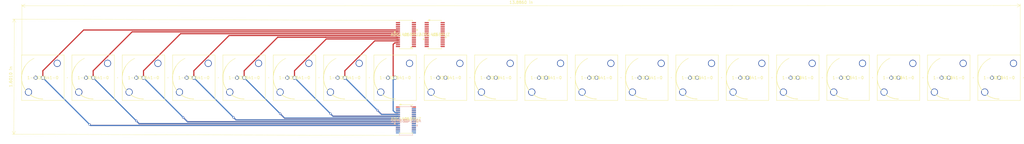
<source format=kicad_pcb>
(kicad_pcb (version 20171130) (host pcbnew "(5.1.5)-3")

  (general
    (thickness 1.6)
    (drawings 2)
    (tracks 82)
    (zones 0)
    (modules 24)
    (nets 56)
  )

  (page A4)
  (layers
    (0 F.Cu signal)
    (31 B.Cu signal)
    (32 B.Adhes user)
    (33 F.Adhes user)
    (34 B.Paste user)
    (35 F.Paste user)
    (36 B.SilkS user)
    (37 F.SilkS user)
    (38 B.Mask user)
    (39 F.Mask user)
    (40 Dwgs.User user hide)
    (41 Cmts.User user)
    (42 Eco1.User user)
    (43 Eco2.User user)
    (44 Edge.Cuts user)
    (45 Margin user)
    (46 B.CrtYd user)
    (47 F.CrtYd user)
    (48 B.Fab user)
    (49 F.Fab user)
  )

  (setup
    (last_trace_width 0.25)
    (trace_clearance 0.2)
    (zone_clearance 0.508)
    (zone_45_only no)
    (trace_min 0.2)
    (via_size 0.8)
    (via_drill 0.4)
    (via_min_size 0.4)
    (via_min_drill 0.3)
    (uvia_size 0.3)
    (uvia_drill 0.1)
    (uvias_allowed no)
    (uvia_min_size 0.2)
    (uvia_min_drill 0.1)
    (edge_width 0.05)
    (segment_width 0.2)
    (pcb_text_width 0.3)
    (pcb_text_size 1.5 1.5)
    (mod_edge_width 0.12)
    (mod_text_size 1 1)
    (mod_text_width 0.15)
    (pad_size 1.524 1.524)
    (pad_drill 0.762)
    (pad_to_mask_clearance 0.051)
    (solder_mask_min_width 0.25)
    (aux_axis_origin 0 0)
    (visible_elements FFFFFF7F)
    (pcbplotparams
      (layerselection 0x010fc_ffffffff)
      (usegerberextensions false)
      (usegerberattributes false)
      (usegerberadvancedattributes false)
      (creategerberjobfile false)
      (excludeedgelayer true)
      (linewidth 0.100000)
      (plotframeref false)
      (viasonmask false)
      (mode 1)
      (useauxorigin false)
      (hpglpennumber 1)
      (hpglpenspeed 20)
      (hpglpendiameter 15.000000)
      (psnegative false)
      (psa4output false)
      (plotreference true)
      (plotvalue true)
      (plotinvisibletext false)
      (padsonsilk false)
      (subtractmaskfromsilk false)
      (outputformat 1)
      (mirror false)
      (drillshape 1)
      (scaleselection 1)
      (outputdirectory ""))
  )

  (net 0 "")
  (net 1 GND)
  (net 2 IN1)
  (net 3 IN2)
  (net 4 IN3)
  (net 5 IN4)
  (net 6 IN5)
  (net 7 IN6)
  (net 8 IN7)
  (net 9 IN8)
  (net 10 CH1)
  (net 11 CH3)
  (net 12 IN9)
  (net 13 IN10)
  (net 14 IN11)
  (net 15 IN12)
  (net 16 IN13)
  (net 17 IN14)
  (net 18 IN15)
  (net 19 IN16)
  (net 20 CH2)
  (net 21 CH4)
  (net 22 -15V)
  (net 23 "Net-(U1-Pad18)")
  (net 24 "Net-(U1-Pad17)")
  (net 25 "Net-(U1-Pad16)")
  (net 26 "Net-(U1-Pad15)")
  (net 27 "Net-(U1-Pad14)")
  (net 28 "Net-(U1-Pad13)")
  (net 29 "Net-(U1-Pad3)")
  (net 30 "Net-(U1-Pad2)")
  (net 31 +15V)
  (net 32 "Net-(U2-Pad18)")
  (net 33 "Net-(U2-Pad17)")
  (net 34 "Net-(U2-Pad16)")
  (net 35 "Net-(U2-Pad15)")
  (net 36 "Net-(U2-Pad14)")
  (net 37 "Net-(U2-Pad13)")
  (net 38 "Net-(U2-Pad3)")
  (net 39 "Net-(U2-Pad2)")
  (net 40 "Net-(U3-Pad18)")
  (net 41 "Net-(U3-Pad17)")
  (net 42 "Net-(U3-Pad16)")
  (net 43 "Net-(U3-Pad15)")
  (net 44 "Net-(U3-Pad14)")
  (net 45 "Net-(U3-Pad13)")
  (net 46 "Net-(U3-Pad3)")
  (net 47 "Net-(U3-Pad2)")
  (net 48 "Net-(U4-Pad18)")
  (net 49 "Net-(U4-Pad17)")
  (net 50 "Net-(U4-Pad16)")
  (net 51 "Net-(U4-Pad15)")
  (net 52 "Net-(U4-Pad14)")
  (net 53 "Net-(U4-Pad13)")
  (net 54 "Net-(U4-Pad3)")
  (net 55 "Net-(U4-Pad2)")

  (net_class Default "This is the default net class."
    (clearance 0.2)
    (trace_width 0.25)
    (via_dia 0.8)
    (via_drill 0.4)
    (uvia_dia 0.3)
    (uvia_drill 0.1)
    (add_net +15V)
    (add_net -15V)
    (add_net CH1)
    (add_net CH2)
    (add_net CH3)
    (add_net CH4)
    (add_net GND)
    (add_net IN1)
    (add_net IN10)
    (add_net IN11)
    (add_net IN12)
    (add_net IN13)
    (add_net IN14)
    (add_net IN15)
    (add_net IN16)
    (add_net IN2)
    (add_net IN3)
    (add_net IN4)
    (add_net IN5)
    (add_net IN6)
    (add_net IN7)
    (add_net IN8)
    (add_net IN9)
    (add_net "Net-(U1-Pad13)")
    (add_net "Net-(U1-Pad14)")
    (add_net "Net-(U1-Pad15)")
    (add_net "Net-(U1-Pad16)")
    (add_net "Net-(U1-Pad17)")
    (add_net "Net-(U1-Pad18)")
    (add_net "Net-(U1-Pad2)")
    (add_net "Net-(U1-Pad3)")
    (add_net "Net-(U2-Pad13)")
    (add_net "Net-(U2-Pad14)")
    (add_net "Net-(U2-Pad15)")
    (add_net "Net-(U2-Pad16)")
    (add_net "Net-(U2-Pad17)")
    (add_net "Net-(U2-Pad18)")
    (add_net "Net-(U2-Pad2)")
    (add_net "Net-(U2-Pad3)")
    (add_net "Net-(U3-Pad13)")
    (add_net "Net-(U3-Pad14)")
    (add_net "Net-(U3-Pad15)")
    (add_net "Net-(U3-Pad16)")
    (add_net "Net-(U3-Pad17)")
    (add_net "Net-(U3-Pad18)")
    (add_net "Net-(U3-Pad2)")
    (add_net "Net-(U3-Pad3)")
    (add_net "Net-(U4-Pad13)")
    (add_net "Net-(U4-Pad14)")
    (add_net "Net-(U4-Pad15)")
    (add_net "Net-(U4-Pad16)")
    (add_net "Net-(U4-Pad17)")
    (add_net "Net-(U4-Pad18)")
    (add_net "Net-(U4-Pad2)")
    (add_net "Net-(U4-Pad3)")
  )

  (module footprints:ADG1406BRUZ (layer F.Cu) (tedit 0) (tstamp 5E65AEF1)
    (at 158.75 98.4123)
    (path /5E70EF81)
    (fp_text reference U4 (at 0 0) (layer F.SilkS)
      (effects (font (size 1 1) (thickness 0.15)))
    )
    (fp_text value ADG1406BRUZ (at 0 0) (layer F.SilkS)
      (effects (font (size 1 1) (thickness 0.15)))
    )
    (fp_arc (start 0 -4.9022) (end 0.3048 -4.9022) (angle 180) (layer F.Fab) (width 0.1524))
    (fp_line (start -2.5019 4.6008) (end -3.81 4.6008) (layer F.CrtYd) (width 0.1524))
    (fp_line (start -2.5019 5.1562) (end -2.5019 4.6008) (layer F.CrtYd) (width 0.1524))
    (fp_line (start 2.5019 5.1562) (end -2.5019 5.1562) (layer F.CrtYd) (width 0.1524))
    (fp_line (start 2.5019 4.6008) (end 2.5019 5.1562) (layer F.CrtYd) (width 0.1524))
    (fp_line (start 3.81 4.6008) (end 2.5019 4.6008) (layer F.CrtYd) (width 0.1524))
    (fp_line (start 3.81 -4.6008) (end 3.81 4.6008) (layer F.CrtYd) (width 0.1524))
    (fp_line (start 2.5019 -4.6008) (end 3.81 -4.6008) (layer F.CrtYd) (width 0.1524))
    (fp_line (start 2.5019 -5.1562) (end 2.5019 -4.6008) (layer F.CrtYd) (width 0.1524))
    (fp_line (start -2.5019 -5.1562) (end 2.5019 -5.1562) (layer F.CrtYd) (width 0.1524))
    (fp_line (start -2.5019 -4.6008) (end -2.5019 -5.1562) (layer F.CrtYd) (width 0.1524))
    (fp_line (start -3.81 -4.6008) (end -2.5019 -4.6008) (layer F.CrtYd) (width 0.1524))
    (fp_line (start -3.81 4.6008) (end -3.81 -4.6008) (layer F.CrtYd) (width 0.1524))
    (fp_line (start 3.81 0.784499) (end 4.064 0.784499) (layer F.SilkS) (width 0.1524))
    (fp_line (start 3.81 1.165499) (end 3.81 0.784499) (layer F.SilkS) (width 0.1524))
    (fp_line (start 4.064 1.165499) (end 3.81 1.165499) (layer F.SilkS) (width 0.1524))
    (fp_line (start 4.064 0.784499) (end 4.064 1.165499) (layer F.SilkS) (width 0.1524))
    (fp_line (start -3.81 1.434498) (end -4.064 1.434498) (layer F.SilkS) (width 0.1524))
    (fp_line (start -3.81 1.815498) (end -3.81 1.434498) (layer F.SilkS) (width 0.1524))
    (fp_line (start -4.064 1.815498) (end -3.81 1.815498) (layer F.SilkS) (width 0.1524))
    (fp_line (start -4.064 1.434498) (end -4.064 1.815498) (layer F.SilkS) (width 0.1524))
    (fp_line (start 2.3749 -4.73554) (end 2.3749 -5.0292) (layer F.SilkS) (width 0.1524))
    (fp_line (start -2.3749 4.735538) (end -2.3749 5.0292) (layer F.SilkS) (width 0.1524))
    (fp_line (start -2.2479 -4.9022) (end -2.2479 4.9022) (layer F.Fab) (width 0.1524))
    (fp_line (start 2.2479 -4.9022) (end -2.2479 -4.9022) (layer F.Fab) (width 0.1524))
    (fp_line (start 2.2479 4.9022) (end 2.2479 -4.9022) (layer F.Fab) (width 0.1524))
    (fp_line (start -2.2479 4.9022) (end 2.2479 4.9022) (layer F.Fab) (width 0.1524))
    (fp_line (start -2.3749 -5.0292) (end -2.3749 -4.73554) (layer F.SilkS) (width 0.1524))
    (fp_line (start 2.3749 -5.0292) (end -2.3749 -5.0292) (layer F.SilkS) (width 0.1524))
    (fp_line (start 2.3749 5.0292) (end 2.3749 4.73554) (layer F.SilkS) (width 0.1524))
    (fp_line (start -2.3749 5.0292) (end 2.3749 5.0292) (layer F.SilkS) (width 0.1524))
    (fp_line (start 3.2004 -4.377399) (end 2.2479 -4.377399) (layer F.Fab) (width 0.1524))
    (fp_line (start 3.2004 -4.072599) (end 3.2004 -4.377399) (layer F.Fab) (width 0.1524))
    (fp_line (start 2.2479 -4.072599) (end 3.2004 -4.072599) (layer F.Fab) (width 0.1524))
    (fp_line (start 2.2479 -4.377399) (end 2.2479 -4.072599) (layer F.Fab) (width 0.1524))
    (fp_line (start 3.2004 -3.727399) (end 2.2479 -3.727399) (layer F.Fab) (width 0.1524))
    (fp_line (start 3.2004 -3.422599) (end 3.2004 -3.727399) (layer F.Fab) (width 0.1524))
    (fp_line (start 2.2479 -3.422599) (end 3.2004 -3.422599) (layer F.Fab) (width 0.1524))
    (fp_line (start 2.2479 -3.727399) (end 2.2479 -3.422599) (layer F.Fab) (width 0.1524))
    (fp_line (start 3.2004 -3.077399) (end 2.2479 -3.077399) (layer F.Fab) (width 0.1524))
    (fp_line (start 3.2004 -2.772599) (end 3.2004 -3.077399) (layer F.Fab) (width 0.1524))
    (fp_line (start 2.2479 -2.772599) (end 3.2004 -2.772599) (layer F.Fab) (width 0.1524))
    (fp_line (start 2.2479 -3.077399) (end 2.2479 -2.772599) (layer F.Fab) (width 0.1524))
    (fp_line (start 3.2004 -2.427399) (end 2.2479 -2.427399) (layer F.Fab) (width 0.1524))
    (fp_line (start 3.2004 -2.122599) (end 3.2004 -2.427399) (layer F.Fab) (width 0.1524))
    (fp_line (start 2.2479 -2.122599) (end 3.2004 -2.122599) (layer F.Fab) (width 0.1524))
    (fp_line (start 2.2479 -2.427399) (end 2.2479 -2.122599) (layer F.Fab) (width 0.1524))
    (fp_line (start 3.2004 -1.777399) (end 2.2479 -1.777399) (layer F.Fab) (width 0.1524))
    (fp_line (start 3.2004 -1.472599) (end 3.2004 -1.777399) (layer F.Fab) (width 0.1524))
    (fp_line (start 2.2479 -1.472599) (end 3.2004 -1.472599) (layer F.Fab) (width 0.1524))
    (fp_line (start 2.2479 -1.777399) (end 2.2479 -1.472599) (layer F.Fab) (width 0.1524))
    (fp_line (start 3.2004 -1.127399) (end 2.2479 -1.127399) (layer F.Fab) (width 0.1524))
    (fp_line (start 3.2004 -0.822599) (end 3.2004 -1.127399) (layer F.Fab) (width 0.1524))
    (fp_line (start 2.2479 -0.822599) (end 3.2004 -0.822599) (layer F.Fab) (width 0.1524))
    (fp_line (start 2.2479 -1.127399) (end 2.2479 -0.822599) (layer F.Fab) (width 0.1524))
    (fp_line (start 3.2004 -0.477399) (end 2.2479 -0.477399) (layer F.Fab) (width 0.1524))
    (fp_line (start 3.2004 -0.172599) (end 3.2004 -0.477399) (layer F.Fab) (width 0.1524))
    (fp_line (start 2.2479 -0.172599) (end 3.2004 -0.172599) (layer F.Fab) (width 0.1524))
    (fp_line (start 2.2479 -0.477399) (end 2.2479 -0.172599) (layer F.Fab) (width 0.1524))
    (fp_line (start 3.2004 0.172601) (end 2.2479 0.172601) (layer F.Fab) (width 0.1524))
    (fp_line (start 3.2004 0.477401) (end 3.2004 0.172601) (layer F.Fab) (width 0.1524))
    (fp_line (start 2.2479 0.477401) (end 3.2004 0.477401) (layer F.Fab) (width 0.1524))
    (fp_line (start 2.2479 0.172601) (end 2.2479 0.477401) (layer F.Fab) (width 0.1524))
    (fp_line (start 3.2004 0.8226) (end 2.2479 0.8226) (layer F.Fab) (width 0.1524))
    (fp_line (start 3.2004 1.1274) (end 3.2004 0.8226) (layer F.Fab) (width 0.1524))
    (fp_line (start 2.2479 1.1274) (end 3.2004 1.1274) (layer F.Fab) (width 0.1524))
    (fp_line (start 2.2479 0.8226) (end 2.2479 1.1274) (layer F.Fab) (width 0.1524))
    (fp_line (start 3.2004 1.4726) (end 2.2479 1.4726) (layer F.Fab) (width 0.1524))
    (fp_line (start 3.2004 1.7774) (end 3.2004 1.4726) (layer F.Fab) (width 0.1524))
    (fp_line (start 2.2479 1.7774) (end 3.2004 1.7774) (layer F.Fab) (width 0.1524))
    (fp_line (start 2.2479 1.4726) (end 2.2479 1.7774) (layer F.Fab) (width 0.1524))
    (fp_line (start 3.2004 2.1226) (end 2.2479 2.1226) (layer F.Fab) (width 0.1524))
    (fp_line (start 3.2004 2.4274) (end 3.2004 2.1226) (layer F.Fab) (width 0.1524))
    (fp_line (start 2.2479 2.4274) (end 3.2004 2.4274) (layer F.Fab) (width 0.1524))
    (fp_line (start 2.2479 2.1226) (end 2.2479 2.4274) (layer F.Fab) (width 0.1524))
    (fp_line (start 3.2004 2.7726) (end 2.2479 2.7726) (layer F.Fab) (width 0.1524))
    (fp_line (start 3.2004 3.0774) (end 3.2004 2.7726) (layer F.Fab) (width 0.1524))
    (fp_line (start 2.2479 3.0774) (end 3.2004 3.0774) (layer F.Fab) (width 0.1524))
    (fp_line (start 2.2479 2.7726) (end 2.2479 3.0774) (layer F.Fab) (width 0.1524))
    (fp_line (start 3.2004 3.4226) (end 2.2479 3.4226) (layer F.Fab) (width 0.1524))
    (fp_line (start 3.2004 3.7274) (end 3.2004 3.4226) (layer F.Fab) (width 0.1524))
    (fp_line (start 2.2479 3.7274) (end 3.2004 3.7274) (layer F.Fab) (width 0.1524))
    (fp_line (start 2.2479 3.4226) (end 2.2479 3.7274) (layer F.Fab) (width 0.1524))
    (fp_line (start 3.2004 4.0726) (end 2.2479 4.0726) (layer F.Fab) (width 0.1524))
    (fp_line (start 3.2004 4.3774) (end 3.2004 4.0726) (layer F.Fab) (width 0.1524))
    (fp_line (start 2.2479 4.3774) (end 3.2004 4.3774) (layer F.Fab) (width 0.1524))
    (fp_line (start 2.2479 4.0726) (end 2.2479 4.3774) (layer F.Fab) (width 0.1524))
    (fp_line (start -3.2004 4.377399) (end -2.2479 4.377399) (layer F.Fab) (width 0.1524))
    (fp_line (start -3.2004 4.072599) (end -3.2004 4.377399) (layer F.Fab) (width 0.1524))
    (fp_line (start -2.2479 4.072599) (end -3.2004 4.072599) (layer F.Fab) (width 0.1524))
    (fp_line (start -2.2479 4.377399) (end -2.2479 4.072599) (layer F.Fab) (width 0.1524))
    (fp_line (start -3.2004 3.727399) (end -2.2479 3.727399) (layer F.Fab) (width 0.1524))
    (fp_line (start -3.2004 3.422599) (end -3.2004 3.727399) (layer F.Fab) (width 0.1524))
    (fp_line (start -2.2479 3.422599) (end -3.2004 3.422599) (layer F.Fab) (width 0.1524))
    (fp_line (start -2.2479 3.727399) (end -2.2479 3.422599) (layer F.Fab) (width 0.1524))
    (fp_line (start -3.2004 3.077399) (end -2.2479 3.077399) (layer F.Fab) (width 0.1524))
    (fp_line (start -3.2004 2.772599) (end -3.2004 3.077399) (layer F.Fab) (width 0.1524))
    (fp_line (start -2.2479 2.772599) (end -3.2004 2.772599) (layer F.Fab) (width 0.1524))
    (fp_line (start -2.2479 3.077399) (end -2.2479 2.772599) (layer F.Fab) (width 0.1524))
    (fp_line (start -3.2004 2.427399) (end -2.2479 2.427399) (layer F.Fab) (width 0.1524))
    (fp_line (start -3.2004 2.122599) (end -3.2004 2.427399) (layer F.Fab) (width 0.1524))
    (fp_line (start -2.2479 2.122599) (end -3.2004 2.122599) (layer F.Fab) (width 0.1524))
    (fp_line (start -2.2479 2.427399) (end -2.2479 2.122599) (layer F.Fab) (width 0.1524))
    (fp_line (start -3.2004 1.777399) (end -2.2479 1.777399) (layer F.Fab) (width 0.1524))
    (fp_line (start -3.2004 1.472599) (end -3.2004 1.777399) (layer F.Fab) (width 0.1524))
    (fp_line (start -2.2479 1.472599) (end -3.2004 1.472599) (layer F.Fab) (width 0.1524))
    (fp_line (start -2.2479 1.777399) (end -2.2479 1.472599) (layer F.Fab) (width 0.1524))
    (fp_line (start -3.2004 1.127399) (end -2.2479 1.127399) (layer F.Fab) (width 0.1524))
    (fp_line (start -3.2004 0.822599) (end -3.2004 1.127399) (layer F.Fab) (width 0.1524))
    (fp_line (start -2.2479 0.822599) (end -3.2004 0.822599) (layer F.Fab) (width 0.1524))
    (fp_line (start -2.2479 1.127399) (end -2.2479 0.822599) (layer F.Fab) (width 0.1524))
    (fp_line (start -3.2004 0.477399) (end -2.2479 0.477399) (layer F.Fab) (width 0.1524))
    (fp_line (start -3.2004 0.172599) (end -3.2004 0.477399) (layer F.Fab) (width 0.1524))
    (fp_line (start -2.2479 0.172599) (end -3.2004 0.172599) (layer F.Fab) (width 0.1524))
    (fp_line (start -2.2479 0.477399) (end -2.2479 0.172599) (layer F.Fab) (width 0.1524))
    (fp_line (start -3.2004 -0.172601) (end -2.2479 -0.172601) (layer F.Fab) (width 0.1524))
    (fp_line (start -3.2004 -0.477401) (end -3.2004 -0.172601) (layer F.Fab) (width 0.1524))
    (fp_line (start -2.2479 -0.477401) (end -3.2004 -0.477401) (layer F.Fab) (width 0.1524))
    (fp_line (start -2.2479 -0.172601) (end -2.2479 -0.477401) (layer F.Fab) (width 0.1524))
    (fp_line (start -3.2004 -0.822601) (end -2.2479 -0.822601) (layer F.Fab) (width 0.1524))
    (fp_line (start -3.2004 -1.127401) (end -3.2004 -0.822601) (layer F.Fab) (width 0.1524))
    (fp_line (start -2.2479 -1.127401) (end -3.2004 -1.127401) (layer F.Fab) (width 0.1524))
    (fp_line (start -2.2479 -0.822601) (end -2.2479 -1.127401) (layer F.Fab) (width 0.1524))
    (fp_line (start -3.2004 -1.472601) (end -2.2479 -1.472601) (layer F.Fab) (width 0.1524))
    (fp_line (start -3.2004 -1.777401) (end -3.2004 -1.472601) (layer F.Fab) (width 0.1524))
    (fp_line (start -2.2479 -1.777401) (end -3.2004 -1.777401) (layer F.Fab) (width 0.1524))
    (fp_line (start -2.2479 -1.472601) (end -2.2479 -1.777401) (layer F.Fab) (width 0.1524))
    (fp_line (start -3.2004 -2.1226) (end -2.2479 -2.1226) (layer F.Fab) (width 0.1524))
    (fp_line (start -3.2004 -2.4274) (end -3.2004 -2.1226) (layer F.Fab) (width 0.1524))
    (fp_line (start -2.2479 -2.4274) (end -3.2004 -2.4274) (layer F.Fab) (width 0.1524))
    (fp_line (start -2.2479 -2.1226) (end -2.2479 -2.4274) (layer F.Fab) (width 0.1524))
    (fp_line (start -3.2004 -2.7726) (end -2.2479 -2.7726) (layer F.Fab) (width 0.1524))
    (fp_line (start -3.2004 -3.0774) (end -3.2004 -2.7726) (layer F.Fab) (width 0.1524))
    (fp_line (start -2.2479 -3.0774) (end -3.2004 -3.0774) (layer F.Fab) (width 0.1524))
    (fp_line (start -2.2479 -2.7726) (end -2.2479 -3.0774) (layer F.Fab) (width 0.1524))
    (fp_line (start -3.2004 -3.4226) (end -2.2479 -3.4226) (layer F.Fab) (width 0.1524))
    (fp_line (start -3.2004 -3.7274) (end -3.2004 -3.4226) (layer F.Fab) (width 0.1524))
    (fp_line (start -2.2479 -3.7274) (end -3.2004 -3.7274) (layer F.Fab) (width 0.1524))
    (fp_line (start -2.2479 -3.4226) (end -2.2479 -3.7274) (layer F.Fab) (width 0.1524))
    (fp_line (start -3.2004 -4.0726) (end -2.2479 -4.0726) (layer F.Fab) (width 0.1524))
    (fp_line (start -3.2004 -4.3774) (end -3.2004 -4.0726) (layer F.Fab) (width 0.1524))
    (fp_line (start -2.2479 -4.3774) (end -3.2004 -4.3774) (layer F.Fab) (width 0.1524))
    (fp_line (start -2.2479 -4.0726) (end -2.2479 -4.3774) (layer F.Fab) (width 0.1524))
    (fp_text user * (at -1.8669 -4.826) (layer F.SilkS)
      (effects (font (size 1 1) (thickness 0.15)))
    )
    (fp_text user * (at -1.8669 -4.826) (layer F.Fab)
      (effects (font (size 1 1) (thickness 0.15)))
    )
    (fp_text user 0.058in/1.473mm (at -2.8194 7.3152) (layer Dwgs.User)
      (effects (font (size 1 1) (thickness 0.15)))
    )
    (fp_text user 0.222in/5.639mm (at 0 -7.3152) (layer Dwgs.User)
      (effects (font (size 1 1) (thickness 0.15)))
    )
    (fp_text user 0.014in/0.356mm (at 5.8674 -4.225) (layer Dwgs.User)
      (effects (font (size 1 1) (thickness 0.15)))
    )
    (fp_text user 0.026in/0.65mm (at -5.8674 -3.9) (layer Dwgs.User)
      (effects (font (size 1 1) (thickness 0.15)))
    )
    (fp_text user * (at -1.8669 -4.826) (layer F.Fab)
      (effects (font (size 1 1) (thickness 0.15)))
    )
    (fp_text user * (at -1.8669 -4.826) (layer F.SilkS)
      (effects (font (size 1 1) (thickness 0.15)))
    )
    (fp_text user "Copyright 2016 Accelerated Designs. All rights reserved." (at 0 0) (layer Cmts.User)
      (effects (font (size 0.127 0.127) (thickness 0.002)))
    )
    (pad 28 smd rect (at 2.8194 -4.225) (size 1.4732 0.3556) (layers F.Cu F.Paste F.Mask)
      (net 21 CH4))
    (pad 27 smd rect (at 2.8194 -3.574999) (size 1.4732 0.3556) (layers F.Cu F.Paste F.Mask)
      (net 22 -15V))
    (pad 26 smd rect (at 2.8194 -2.925) (size 1.4732 0.3556) (layers F.Cu F.Paste F.Mask)
      (net 12 IN9))
    (pad 25 smd rect (at 2.8194 -2.274999) (size 1.4732 0.3556) (layers F.Cu F.Paste F.Mask)
      (net 13 IN10))
    (pad 24 smd rect (at 2.8194 -1.625001) (size 1.4732 0.3556) (layers F.Cu F.Paste F.Mask)
      (net 14 IN11))
    (pad 23 smd rect (at 2.8194 -0.974999) (size 1.4732 0.3556) (layers F.Cu F.Paste F.Mask)
      (net 15 IN12))
    (pad 22 smd rect (at 2.8194 -0.325001) (size 1.4732 0.3556) (layers F.Cu F.Paste F.Mask)
      (net 16 IN13))
    (pad 21 smd rect (at 2.8194 0.325001) (size 1.4732 0.3556) (layers F.Cu F.Paste F.Mask)
      (net 17 IN14))
    (pad 20 smd rect (at 2.8194 0.974999) (size 1.4732 0.3556) (layers F.Cu F.Paste F.Mask)
      (net 18 IN15))
    (pad 19 smd rect (at 2.8194 1.625001) (size 1.4732 0.3556) (layers F.Cu F.Paste F.Mask)
      (net 19 IN16))
    (pad 18 smd rect (at 2.8194 2.274999) (size 1.4732 0.3556) (layers F.Cu F.Paste F.Mask)
      (net 48 "Net-(U4-Pad18)"))
    (pad 17 smd rect (at 2.8194 2.925) (size 1.4732 0.3556) (layers F.Cu F.Paste F.Mask)
      (net 49 "Net-(U4-Pad17)"))
    (pad 16 smd rect (at 2.8194 3.574999) (size 1.4732 0.3556) (layers F.Cu F.Paste F.Mask)
      (net 50 "Net-(U4-Pad16)"))
    (pad 15 smd rect (at 2.8194 4.225) (size 1.4732 0.3556) (layers F.Cu F.Paste F.Mask)
      (net 51 "Net-(U4-Pad15)"))
    (pad 14 smd rect (at -2.8194 4.224998) (size 1.4732 0.3556) (layers F.Cu F.Paste F.Mask)
      (net 52 "Net-(U4-Pad14)"))
    (pad 13 smd rect (at -2.8194 3.574999) (size 1.4732 0.3556) (layers F.Cu F.Paste F.Mask)
      (net 53 "Net-(U4-Pad13)"))
    (pad 12 smd rect (at -2.8194 2.924998) (size 1.4732 0.3556) (layers F.Cu F.Paste F.Mask)
      (net 1 GND))
    (pad 11 smd rect (at -2.8194 2.274999) (size 1.4732 0.3556) (layers F.Cu F.Paste F.Mask)
      (net 2 IN1))
    (pad 10 smd rect (at -2.8194 1.624998) (size 1.4732 0.3556) (layers F.Cu F.Paste F.Mask)
      (net 3 IN2))
    (pad 9 smd rect (at -2.8194 0.974999) (size 1.4732 0.3556) (layers F.Cu F.Paste F.Mask)
      (net 4 IN3))
    (pad 8 smd rect (at -2.8194 0.324998) (size 1.4732 0.3556) (layers F.Cu F.Paste F.Mask)
      (net 5 IN4))
    (pad 7 smd rect (at -2.8194 -0.325001) (size 1.4732 0.3556) (layers F.Cu F.Paste F.Mask)
      (net 6 IN5))
    (pad 6 smd rect (at -2.8194 -0.974999) (size 1.4732 0.3556) (layers F.Cu F.Paste F.Mask)
      (net 7 IN6))
    (pad 5 smd rect (at -2.8194 -1.625001) (size 1.4732 0.3556) (layers F.Cu F.Paste F.Mask)
      (net 8 IN7))
    (pad 4 smd rect (at -2.8194 -2.274999) (size 1.4732 0.3556) (layers F.Cu F.Paste F.Mask)
      (net 9 IN8))
    (pad 3 smd rect (at -2.8194 -2.925) (size 1.4732 0.3556) (layers F.Cu F.Paste F.Mask)
      (net 54 "Net-(U4-Pad3)"))
    (pad 2 smd rect (at -2.8194 -3.574999) (size 1.4732 0.3556) (layers F.Cu F.Paste F.Mask)
      (net 55 "Net-(U4-Pad2)"))
    (pad 1 smd rect (at -2.8194 -4.225) (size 1.4732 0.3556) (layers F.Cu F.Paste F.Mask)
      (net 31 +15V))
  )

  (module footprints:ADG1406BRUZ (layer F.Cu) (tedit 0) (tstamp 5E65BB1F)
    (at 168.91 68.58)
    (path /5E70B292)
    (fp_text reference U3 (at 0 0) (layer F.SilkS)
      (effects (font (size 1 1) (thickness 0.15)))
    )
    (fp_text value ADG1406BRUZ (at 0 0) (layer F.SilkS)
      (effects (font (size 1 1) (thickness 0.15)))
    )
    (fp_arc (start 0 -4.9022) (end 0.3048 -4.9022) (angle 180) (layer F.Fab) (width 0.1524))
    (fp_line (start -2.5019 4.6008) (end -3.81 4.6008) (layer F.CrtYd) (width 0.1524))
    (fp_line (start -2.5019 5.1562) (end -2.5019 4.6008) (layer F.CrtYd) (width 0.1524))
    (fp_line (start 2.5019 5.1562) (end -2.5019 5.1562) (layer F.CrtYd) (width 0.1524))
    (fp_line (start 2.5019 4.6008) (end 2.5019 5.1562) (layer F.CrtYd) (width 0.1524))
    (fp_line (start 3.81 4.6008) (end 2.5019 4.6008) (layer F.CrtYd) (width 0.1524))
    (fp_line (start 3.81 -4.6008) (end 3.81 4.6008) (layer F.CrtYd) (width 0.1524))
    (fp_line (start 2.5019 -4.6008) (end 3.81 -4.6008) (layer F.CrtYd) (width 0.1524))
    (fp_line (start 2.5019 -5.1562) (end 2.5019 -4.6008) (layer F.CrtYd) (width 0.1524))
    (fp_line (start -2.5019 -5.1562) (end 2.5019 -5.1562) (layer F.CrtYd) (width 0.1524))
    (fp_line (start -2.5019 -4.6008) (end -2.5019 -5.1562) (layer F.CrtYd) (width 0.1524))
    (fp_line (start -3.81 -4.6008) (end -2.5019 -4.6008) (layer F.CrtYd) (width 0.1524))
    (fp_line (start -3.81 4.6008) (end -3.81 -4.6008) (layer F.CrtYd) (width 0.1524))
    (fp_line (start 3.81 0.784499) (end 4.064 0.784499) (layer F.SilkS) (width 0.1524))
    (fp_line (start 3.81 1.165499) (end 3.81 0.784499) (layer F.SilkS) (width 0.1524))
    (fp_line (start 4.064 1.165499) (end 3.81 1.165499) (layer F.SilkS) (width 0.1524))
    (fp_line (start 4.064 0.784499) (end 4.064 1.165499) (layer F.SilkS) (width 0.1524))
    (fp_line (start -3.81 1.434498) (end -4.064 1.434498) (layer F.SilkS) (width 0.1524))
    (fp_line (start -3.81 1.815498) (end -3.81 1.434498) (layer F.SilkS) (width 0.1524))
    (fp_line (start -4.064 1.815498) (end -3.81 1.815498) (layer F.SilkS) (width 0.1524))
    (fp_line (start -4.064 1.434498) (end -4.064 1.815498) (layer F.SilkS) (width 0.1524))
    (fp_line (start 2.3749 -4.73554) (end 2.3749 -5.0292) (layer F.SilkS) (width 0.1524))
    (fp_line (start -2.3749 4.735538) (end -2.3749 5.0292) (layer F.SilkS) (width 0.1524))
    (fp_line (start -2.2479 -4.9022) (end -2.2479 4.9022) (layer F.Fab) (width 0.1524))
    (fp_line (start 2.2479 -4.9022) (end -2.2479 -4.9022) (layer F.Fab) (width 0.1524))
    (fp_line (start 2.2479 4.9022) (end 2.2479 -4.9022) (layer F.Fab) (width 0.1524))
    (fp_line (start -2.2479 4.9022) (end 2.2479 4.9022) (layer F.Fab) (width 0.1524))
    (fp_line (start -2.3749 -5.0292) (end -2.3749 -4.73554) (layer F.SilkS) (width 0.1524))
    (fp_line (start 2.3749 -5.0292) (end -2.3749 -5.0292) (layer F.SilkS) (width 0.1524))
    (fp_line (start 2.3749 5.0292) (end 2.3749 4.73554) (layer F.SilkS) (width 0.1524))
    (fp_line (start -2.3749 5.0292) (end 2.3749 5.0292) (layer F.SilkS) (width 0.1524))
    (fp_line (start 3.2004 -4.377399) (end 2.2479 -4.377399) (layer F.Fab) (width 0.1524))
    (fp_line (start 3.2004 -4.072599) (end 3.2004 -4.377399) (layer F.Fab) (width 0.1524))
    (fp_line (start 2.2479 -4.072599) (end 3.2004 -4.072599) (layer F.Fab) (width 0.1524))
    (fp_line (start 2.2479 -4.377399) (end 2.2479 -4.072599) (layer F.Fab) (width 0.1524))
    (fp_line (start 3.2004 -3.727399) (end 2.2479 -3.727399) (layer F.Fab) (width 0.1524))
    (fp_line (start 3.2004 -3.422599) (end 3.2004 -3.727399) (layer F.Fab) (width 0.1524))
    (fp_line (start 2.2479 -3.422599) (end 3.2004 -3.422599) (layer F.Fab) (width 0.1524))
    (fp_line (start 2.2479 -3.727399) (end 2.2479 -3.422599) (layer F.Fab) (width 0.1524))
    (fp_line (start 3.2004 -3.077399) (end 2.2479 -3.077399) (layer F.Fab) (width 0.1524))
    (fp_line (start 3.2004 -2.772599) (end 3.2004 -3.077399) (layer F.Fab) (width 0.1524))
    (fp_line (start 2.2479 -2.772599) (end 3.2004 -2.772599) (layer F.Fab) (width 0.1524))
    (fp_line (start 2.2479 -3.077399) (end 2.2479 -2.772599) (layer F.Fab) (width 0.1524))
    (fp_line (start 3.2004 -2.427399) (end 2.2479 -2.427399) (layer F.Fab) (width 0.1524))
    (fp_line (start 3.2004 -2.122599) (end 3.2004 -2.427399) (layer F.Fab) (width 0.1524))
    (fp_line (start 2.2479 -2.122599) (end 3.2004 -2.122599) (layer F.Fab) (width 0.1524))
    (fp_line (start 2.2479 -2.427399) (end 2.2479 -2.122599) (layer F.Fab) (width 0.1524))
    (fp_line (start 3.2004 -1.777399) (end 2.2479 -1.777399) (layer F.Fab) (width 0.1524))
    (fp_line (start 3.2004 -1.472599) (end 3.2004 -1.777399) (layer F.Fab) (width 0.1524))
    (fp_line (start 2.2479 -1.472599) (end 3.2004 -1.472599) (layer F.Fab) (width 0.1524))
    (fp_line (start 2.2479 -1.777399) (end 2.2479 -1.472599) (layer F.Fab) (width 0.1524))
    (fp_line (start 3.2004 -1.127399) (end 2.2479 -1.127399) (layer F.Fab) (width 0.1524))
    (fp_line (start 3.2004 -0.822599) (end 3.2004 -1.127399) (layer F.Fab) (width 0.1524))
    (fp_line (start 2.2479 -0.822599) (end 3.2004 -0.822599) (layer F.Fab) (width 0.1524))
    (fp_line (start 2.2479 -1.127399) (end 2.2479 -0.822599) (layer F.Fab) (width 0.1524))
    (fp_line (start 3.2004 -0.477399) (end 2.2479 -0.477399) (layer F.Fab) (width 0.1524))
    (fp_line (start 3.2004 -0.172599) (end 3.2004 -0.477399) (layer F.Fab) (width 0.1524))
    (fp_line (start 2.2479 -0.172599) (end 3.2004 -0.172599) (layer F.Fab) (width 0.1524))
    (fp_line (start 2.2479 -0.477399) (end 2.2479 -0.172599) (layer F.Fab) (width 0.1524))
    (fp_line (start 3.2004 0.172601) (end 2.2479 0.172601) (layer F.Fab) (width 0.1524))
    (fp_line (start 3.2004 0.477401) (end 3.2004 0.172601) (layer F.Fab) (width 0.1524))
    (fp_line (start 2.2479 0.477401) (end 3.2004 0.477401) (layer F.Fab) (width 0.1524))
    (fp_line (start 2.2479 0.172601) (end 2.2479 0.477401) (layer F.Fab) (width 0.1524))
    (fp_line (start 3.2004 0.8226) (end 2.2479 0.8226) (layer F.Fab) (width 0.1524))
    (fp_line (start 3.2004 1.1274) (end 3.2004 0.8226) (layer F.Fab) (width 0.1524))
    (fp_line (start 2.2479 1.1274) (end 3.2004 1.1274) (layer F.Fab) (width 0.1524))
    (fp_line (start 2.2479 0.8226) (end 2.2479 1.1274) (layer F.Fab) (width 0.1524))
    (fp_line (start 3.2004 1.4726) (end 2.2479 1.4726) (layer F.Fab) (width 0.1524))
    (fp_line (start 3.2004 1.7774) (end 3.2004 1.4726) (layer F.Fab) (width 0.1524))
    (fp_line (start 2.2479 1.7774) (end 3.2004 1.7774) (layer F.Fab) (width 0.1524))
    (fp_line (start 2.2479 1.4726) (end 2.2479 1.7774) (layer F.Fab) (width 0.1524))
    (fp_line (start 3.2004 2.1226) (end 2.2479 2.1226) (layer F.Fab) (width 0.1524))
    (fp_line (start 3.2004 2.4274) (end 3.2004 2.1226) (layer F.Fab) (width 0.1524))
    (fp_line (start 2.2479 2.4274) (end 3.2004 2.4274) (layer F.Fab) (width 0.1524))
    (fp_line (start 2.2479 2.1226) (end 2.2479 2.4274) (layer F.Fab) (width 0.1524))
    (fp_line (start 3.2004 2.7726) (end 2.2479 2.7726) (layer F.Fab) (width 0.1524))
    (fp_line (start 3.2004 3.0774) (end 3.2004 2.7726) (layer F.Fab) (width 0.1524))
    (fp_line (start 2.2479 3.0774) (end 3.2004 3.0774) (layer F.Fab) (width 0.1524))
    (fp_line (start 2.2479 2.7726) (end 2.2479 3.0774) (layer F.Fab) (width 0.1524))
    (fp_line (start 3.2004 3.4226) (end 2.2479 3.4226) (layer F.Fab) (width 0.1524))
    (fp_line (start 3.2004 3.7274) (end 3.2004 3.4226) (layer F.Fab) (width 0.1524))
    (fp_line (start 2.2479 3.7274) (end 3.2004 3.7274) (layer F.Fab) (width 0.1524))
    (fp_line (start 2.2479 3.4226) (end 2.2479 3.7274) (layer F.Fab) (width 0.1524))
    (fp_line (start 3.2004 4.0726) (end 2.2479 4.0726) (layer F.Fab) (width 0.1524))
    (fp_line (start 3.2004 4.3774) (end 3.2004 4.0726) (layer F.Fab) (width 0.1524))
    (fp_line (start 2.2479 4.3774) (end 3.2004 4.3774) (layer F.Fab) (width 0.1524))
    (fp_line (start 2.2479 4.0726) (end 2.2479 4.3774) (layer F.Fab) (width 0.1524))
    (fp_line (start -3.2004 4.377399) (end -2.2479 4.377399) (layer F.Fab) (width 0.1524))
    (fp_line (start -3.2004 4.072599) (end -3.2004 4.377399) (layer F.Fab) (width 0.1524))
    (fp_line (start -2.2479 4.072599) (end -3.2004 4.072599) (layer F.Fab) (width 0.1524))
    (fp_line (start -2.2479 4.377399) (end -2.2479 4.072599) (layer F.Fab) (width 0.1524))
    (fp_line (start -3.2004 3.727399) (end -2.2479 3.727399) (layer F.Fab) (width 0.1524))
    (fp_line (start -3.2004 3.422599) (end -3.2004 3.727399) (layer F.Fab) (width 0.1524))
    (fp_line (start -2.2479 3.422599) (end -3.2004 3.422599) (layer F.Fab) (width 0.1524))
    (fp_line (start -2.2479 3.727399) (end -2.2479 3.422599) (layer F.Fab) (width 0.1524))
    (fp_line (start -3.2004 3.077399) (end -2.2479 3.077399) (layer F.Fab) (width 0.1524))
    (fp_line (start -3.2004 2.772599) (end -3.2004 3.077399) (layer F.Fab) (width 0.1524))
    (fp_line (start -2.2479 2.772599) (end -3.2004 2.772599) (layer F.Fab) (width 0.1524))
    (fp_line (start -2.2479 3.077399) (end -2.2479 2.772599) (layer F.Fab) (width 0.1524))
    (fp_line (start -3.2004 2.427399) (end -2.2479 2.427399) (layer F.Fab) (width 0.1524))
    (fp_line (start -3.2004 2.122599) (end -3.2004 2.427399) (layer F.Fab) (width 0.1524))
    (fp_line (start -2.2479 2.122599) (end -3.2004 2.122599) (layer F.Fab) (width 0.1524))
    (fp_line (start -2.2479 2.427399) (end -2.2479 2.122599) (layer F.Fab) (width 0.1524))
    (fp_line (start -3.2004 1.777399) (end -2.2479 1.777399) (layer F.Fab) (width 0.1524))
    (fp_line (start -3.2004 1.472599) (end -3.2004 1.777399) (layer F.Fab) (width 0.1524))
    (fp_line (start -2.2479 1.472599) (end -3.2004 1.472599) (layer F.Fab) (width 0.1524))
    (fp_line (start -2.2479 1.777399) (end -2.2479 1.472599) (layer F.Fab) (width 0.1524))
    (fp_line (start -3.2004 1.127399) (end -2.2479 1.127399) (layer F.Fab) (width 0.1524))
    (fp_line (start -3.2004 0.822599) (end -3.2004 1.127399) (layer F.Fab) (width 0.1524))
    (fp_line (start -2.2479 0.822599) (end -3.2004 0.822599) (layer F.Fab) (width 0.1524))
    (fp_line (start -2.2479 1.127399) (end -2.2479 0.822599) (layer F.Fab) (width 0.1524))
    (fp_line (start -3.2004 0.477399) (end -2.2479 0.477399) (layer F.Fab) (width 0.1524))
    (fp_line (start -3.2004 0.172599) (end -3.2004 0.477399) (layer F.Fab) (width 0.1524))
    (fp_line (start -2.2479 0.172599) (end -3.2004 0.172599) (layer F.Fab) (width 0.1524))
    (fp_line (start -2.2479 0.477399) (end -2.2479 0.172599) (layer F.Fab) (width 0.1524))
    (fp_line (start -3.2004 -0.172601) (end -2.2479 -0.172601) (layer F.Fab) (width 0.1524))
    (fp_line (start -3.2004 -0.477401) (end -3.2004 -0.172601) (layer F.Fab) (width 0.1524))
    (fp_line (start -2.2479 -0.477401) (end -3.2004 -0.477401) (layer F.Fab) (width 0.1524))
    (fp_line (start -2.2479 -0.172601) (end -2.2479 -0.477401) (layer F.Fab) (width 0.1524))
    (fp_line (start -3.2004 -0.822601) (end -2.2479 -0.822601) (layer F.Fab) (width 0.1524))
    (fp_line (start -3.2004 -1.127401) (end -3.2004 -0.822601) (layer F.Fab) (width 0.1524))
    (fp_line (start -2.2479 -1.127401) (end -3.2004 -1.127401) (layer F.Fab) (width 0.1524))
    (fp_line (start -2.2479 -0.822601) (end -2.2479 -1.127401) (layer F.Fab) (width 0.1524))
    (fp_line (start -3.2004 -1.472601) (end -2.2479 -1.472601) (layer F.Fab) (width 0.1524))
    (fp_line (start -3.2004 -1.777401) (end -3.2004 -1.472601) (layer F.Fab) (width 0.1524))
    (fp_line (start -2.2479 -1.777401) (end -3.2004 -1.777401) (layer F.Fab) (width 0.1524))
    (fp_line (start -2.2479 -1.472601) (end -2.2479 -1.777401) (layer F.Fab) (width 0.1524))
    (fp_line (start -3.2004 -2.1226) (end -2.2479 -2.1226) (layer F.Fab) (width 0.1524))
    (fp_line (start -3.2004 -2.4274) (end -3.2004 -2.1226) (layer F.Fab) (width 0.1524))
    (fp_line (start -2.2479 -2.4274) (end -3.2004 -2.4274) (layer F.Fab) (width 0.1524))
    (fp_line (start -2.2479 -2.1226) (end -2.2479 -2.4274) (layer F.Fab) (width 0.1524))
    (fp_line (start -3.2004 -2.7726) (end -2.2479 -2.7726) (layer F.Fab) (width 0.1524))
    (fp_line (start -3.2004 -3.0774) (end -3.2004 -2.7726) (layer F.Fab) (width 0.1524))
    (fp_line (start -2.2479 -3.0774) (end -3.2004 -3.0774) (layer F.Fab) (width 0.1524))
    (fp_line (start -2.2479 -2.7726) (end -2.2479 -3.0774) (layer F.Fab) (width 0.1524))
    (fp_line (start -3.2004 -3.4226) (end -2.2479 -3.4226) (layer F.Fab) (width 0.1524))
    (fp_line (start -3.2004 -3.7274) (end -3.2004 -3.4226) (layer F.Fab) (width 0.1524))
    (fp_line (start -2.2479 -3.7274) (end -3.2004 -3.7274) (layer F.Fab) (width 0.1524))
    (fp_line (start -2.2479 -3.4226) (end -2.2479 -3.7274) (layer F.Fab) (width 0.1524))
    (fp_line (start -3.2004 -4.0726) (end -2.2479 -4.0726) (layer F.Fab) (width 0.1524))
    (fp_line (start -3.2004 -4.3774) (end -3.2004 -4.0726) (layer F.Fab) (width 0.1524))
    (fp_line (start -2.2479 -4.3774) (end -3.2004 -4.3774) (layer F.Fab) (width 0.1524))
    (fp_line (start -2.2479 -4.0726) (end -2.2479 -4.3774) (layer F.Fab) (width 0.1524))
    (fp_text user * (at -1.8669 -4.826) (layer F.SilkS)
      (effects (font (size 1 1) (thickness 0.15)))
    )
    (fp_text user * (at -1.8669 -4.826) (layer F.Fab)
      (effects (font (size 1 1) (thickness 0.15)))
    )
    (fp_text user 0.058in/1.473mm (at -2.8194 7.3152) (layer Dwgs.User)
      (effects (font (size 1 1) (thickness 0.15)))
    )
    (fp_text user 0.222in/5.639mm (at 0 -7.3152) (layer Dwgs.User)
      (effects (font (size 1 1) (thickness 0.15)))
    )
    (fp_text user 0.014in/0.356mm (at 5.8674 -4.225) (layer Dwgs.User)
      (effects (font (size 1 1) (thickness 0.15)))
    )
    (fp_text user 0.026in/0.65mm (at -5.8674 -3.9) (layer Dwgs.User)
      (effects (font (size 1 1) (thickness 0.15)))
    )
    (fp_text user * (at -1.8669 -4.826) (layer F.Fab)
      (effects (font (size 1 1) (thickness 0.15)))
    )
    (fp_text user * (at -1.8669 -4.826) (layer F.SilkS)
      (effects (font (size 1 1) (thickness 0.15)))
    )
    (fp_text user "Copyright 2016 Accelerated Designs. All rights reserved." (at 0 0) (layer Cmts.User)
      (effects (font (size 0.127 0.127) (thickness 0.002)))
    )
    (pad 28 smd rect (at 2.8194 -4.225) (size 1.4732 0.3556) (layers F.Cu F.Paste F.Mask)
      (net 11 CH3))
    (pad 27 smd rect (at 2.8194 -3.574999) (size 1.4732 0.3556) (layers F.Cu F.Paste F.Mask)
      (net 22 -15V))
    (pad 26 smd rect (at 2.8194 -2.925) (size 1.4732 0.3556) (layers F.Cu F.Paste F.Mask)
      (net 9 IN8))
    (pad 25 smd rect (at 2.8194 -2.274999) (size 1.4732 0.3556) (layers F.Cu F.Paste F.Mask)
      (net 8 IN7))
    (pad 24 smd rect (at 2.8194 -1.625001) (size 1.4732 0.3556) (layers F.Cu F.Paste F.Mask)
      (net 7 IN6))
    (pad 23 smd rect (at 2.8194 -0.974999) (size 1.4732 0.3556) (layers F.Cu F.Paste F.Mask)
      (net 6 IN5))
    (pad 22 smd rect (at 2.8194 -0.325001) (size 1.4732 0.3556) (layers F.Cu F.Paste F.Mask)
      (net 5 IN4))
    (pad 21 smd rect (at 2.8194 0.325001) (size 1.4732 0.3556) (layers F.Cu F.Paste F.Mask)
      (net 4 IN3))
    (pad 20 smd rect (at 2.8194 0.974999) (size 1.4732 0.3556) (layers F.Cu F.Paste F.Mask)
      (net 3 IN2))
    (pad 19 smd rect (at 2.8194 1.625001) (size 1.4732 0.3556) (layers F.Cu F.Paste F.Mask)
      (net 2 IN1))
    (pad 18 smd rect (at 2.8194 2.274999) (size 1.4732 0.3556) (layers F.Cu F.Paste F.Mask)
      (net 40 "Net-(U3-Pad18)"))
    (pad 17 smd rect (at 2.8194 2.925) (size 1.4732 0.3556) (layers F.Cu F.Paste F.Mask)
      (net 41 "Net-(U3-Pad17)"))
    (pad 16 smd rect (at 2.8194 3.574999) (size 1.4732 0.3556) (layers F.Cu F.Paste F.Mask)
      (net 42 "Net-(U3-Pad16)"))
    (pad 15 smd rect (at 2.8194 4.225) (size 1.4732 0.3556) (layers F.Cu F.Paste F.Mask)
      (net 43 "Net-(U3-Pad15)"))
    (pad 14 smd rect (at -2.8194 4.224998) (size 1.4732 0.3556) (layers F.Cu F.Paste F.Mask)
      (net 44 "Net-(U3-Pad14)"))
    (pad 13 smd rect (at -2.8194 3.574999) (size 1.4732 0.3556) (layers F.Cu F.Paste F.Mask)
      (net 45 "Net-(U3-Pad13)"))
    (pad 12 smd rect (at -2.8194 2.924998) (size 1.4732 0.3556) (layers F.Cu F.Paste F.Mask)
      (net 1 GND))
    (pad 11 smd rect (at -2.8194 2.274999) (size 1.4732 0.3556) (layers F.Cu F.Paste F.Mask)
      (net 12 IN9))
    (pad 10 smd rect (at -2.8194 1.624998) (size 1.4732 0.3556) (layers F.Cu F.Paste F.Mask)
      (net 19 IN16))
    (pad 9 smd rect (at -2.8194 0.974999) (size 1.4732 0.3556) (layers F.Cu F.Paste F.Mask)
      (net 18 IN15))
    (pad 8 smd rect (at -2.8194 0.324998) (size 1.4732 0.3556) (layers F.Cu F.Paste F.Mask)
      (net 17 IN14))
    (pad 7 smd rect (at -2.8194 -0.325001) (size 1.4732 0.3556) (layers F.Cu F.Paste F.Mask)
      (net 16 IN13))
    (pad 6 smd rect (at -2.8194 -0.974999) (size 1.4732 0.3556) (layers F.Cu F.Paste F.Mask)
      (net 15 IN12))
    (pad 5 smd rect (at -2.8194 -1.625001) (size 1.4732 0.3556) (layers F.Cu F.Paste F.Mask)
      (net 14 IN11))
    (pad 4 smd rect (at -2.8194 -2.274999) (size 1.4732 0.3556) (layers F.Cu F.Paste F.Mask)
      (net 13 IN10))
    (pad 3 smd rect (at -2.8194 -2.925) (size 1.4732 0.3556) (layers F.Cu F.Paste F.Mask)
      (net 46 "Net-(U3-Pad3)"))
    (pad 2 smd rect (at -2.8194 -3.574999) (size 1.4732 0.3556) (layers F.Cu F.Paste F.Mask)
      (net 47 "Net-(U3-Pad2)"))
    (pad 1 smd rect (at -2.8194 -4.225) (size 1.4732 0.3556) (layers F.Cu F.Paste F.Mask)
      (net 31 +15V))
  )

  (module footprints:ADG1406BRUZ (layer B.Cu) (tedit 0) (tstamp 5E6671DA)
    (at 158.75 99.06 180)
    (path /5E68AC94)
    (fp_text reference U2 (at 0 0) (layer B.SilkS)
      (effects (font (size 1 1) (thickness 0.15)) (justify mirror))
    )
    (fp_text value ADG1406BRUZ (at 0 0) (layer B.SilkS)
      (effects (font (size 1 1) (thickness 0.15)) (justify mirror))
    )
    (fp_arc (start 0 4.9022) (end 0.3048 4.9022) (angle -180) (layer B.Fab) (width 0.1524))
    (fp_line (start -2.5019 -4.6008) (end -3.81 -4.6008) (layer B.CrtYd) (width 0.1524))
    (fp_line (start -2.5019 -5.1562) (end -2.5019 -4.6008) (layer B.CrtYd) (width 0.1524))
    (fp_line (start 2.5019 -5.1562) (end -2.5019 -5.1562) (layer B.CrtYd) (width 0.1524))
    (fp_line (start 2.5019 -4.6008) (end 2.5019 -5.1562) (layer B.CrtYd) (width 0.1524))
    (fp_line (start 3.81 -4.6008) (end 2.5019 -4.6008) (layer B.CrtYd) (width 0.1524))
    (fp_line (start 3.81 4.6008) (end 3.81 -4.6008) (layer B.CrtYd) (width 0.1524))
    (fp_line (start 2.5019 4.6008) (end 3.81 4.6008) (layer B.CrtYd) (width 0.1524))
    (fp_line (start 2.5019 5.1562) (end 2.5019 4.6008) (layer B.CrtYd) (width 0.1524))
    (fp_line (start -2.5019 5.1562) (end 2.5019 5.1562) (layer B.CrtYd) (width 0.1524))
    (fp_line (start -2.5019 4.6008) (end -2.5019 5.1562) (layer B.CrtYd) (width 0.1524))
    (fp_line (start -3.81 4.6008) (end -2.5019 4.6008) (layer B.CrtYd) (width 0.1524))
    (fp_line (start -3.81 -4.6008) (end -3.81 4.6008) (layer B.CrtYd) (width 0.1524))
    (fp_line (start 3.81 -0.784499) (end 4.064 -0.784499) (layer B.SilkS) (width 0.1524))
    (fp_line (start 3.81 -1.165499) (end 3.81 -0.784499) (layer B.SilkS) (width 0.1524))
    (fp_line (start 4.064 -1.165499) (end 3.81 -1.165499) (layer B.SilkS) (width 0.1524))
    (fp_line (start 4.064 -0.784499) (end 4.064 -1.165499) (layer B.SilkS) (width 0.1524))
    (fp_line (start -3.81 -1.434498) (end -4.064 -1.434498) (layer B.SilkS) (width 0.1524))
    (fp_line (start -3.81 -1.815498) (end -3.81 -1.434498) (layer B.SilkS) (width 0.1524))
    (fp_line (start -4.064 -1.815498) (end -3.81 -1.815498) (layer B.SilkS) (width 0.1524))
    (fp_line (start -4.064 -1.434498) (end -4.064 -1.815498) (layer B.SilkS) (width 0.1524))
    (fp_line (start 2.3749 4.73554) (end 2.3749 5.0292) (layer B.SilkS) (width 0.1524))
    (fp_line (start -2.3749 -4.735538) (end -2.3749 -5.0292) (layer B.SilkS) (width 0.1524))
    (fp_line (start -2.2479 4.9022) (end -2.2479 -4.9022) (layer B.Fab) (width 0.1524))
    (fp_line (start 2.2479 4.9022) (end -2.2479 4.9022) (layer B.Fab) (width 0.1524))
    (fp_line (start 2.2479 -4.9022) (end 2.2479 4.9022) (layer B.Fab) (width 0.1524))
    (fp_line (start -2.2479 -4.9022) (end 2.2479 -4.9022) (layer B.Fab) (width 0.1524))
    (fp_line (start -2.3749 5.0292) (end -2.3749 4.73554) (layer B.SilkS) (width 0.1524))
    (fp_line (start 2.3749 5.0292) (end -2.3749 5.0292) (layer B.SilkS) (width 0.1524))
    (fp_line (start 2.3749 -5.0292) (end 2.3749 -4.73554) (layer B.SilkS) (width 0.1524))
    (fp_line (start -2.3749 -5.0292) (end 2.3749 -5.0292) (layer B.SilkS) (width 0.1524))
    (fp_line (start 3.2004 4.377399) (end 2.2479 4.377399) (layer B.Fab) (width 0.1524))
    (fp_line (start 3.2004 4.072599) (end 3.2004 4.377399) (layer B.Fab) (width 0.1524))
    (fp_line (start 2.2479 4.072599) (end 3.2004 4.072599) (layer B.Fab) (width 0.1524))
    (fp_line (start 2.2479 4.377399) (end 2.2479 4.072599) (layer B.Fab) (width 0.1524))
    (fp_line (start 3.2004 3.727399) (end 2.2479 3.727399) (layer B.Fab) (width 0.1524))
    (fp_line (start 3.2004 3.422599) (end 3.2004 3.727399) (layer B.Fab) (width 0.1524))
    (fp_line (start 2.2479 3.422599) (end 3.2004 3.422599) (layer B.Fab) (width 0.1524))
    (fp_line (start 2.2479 3.727399) (end 2.2479 3.422599) (layer B.Fab) (width 0.1524))
    (fp_line (start 3.2004 3.077399) (end 2.2479 3.077399) (layer B.Fab) (width 0.1524))
    (fp_line (start 3.2004 2.772599) (end 3.2004 3.077399) (layer B.Fab) (width 0.1524))
    (fp_line (start 2.2479 2.772599) (end 3.2004 2.772599) (layer B.Fab) (width 0.1524))
    (fp_line (start 2.2479 3.077399) (end 2.2479 2.772599) (layer B.Fab) (width 0.1524))
    (fp_line (start 3.2004 2.427399) (end 2.2479 2.427399) (layer B.Fab) (width 0.1524))
    (fp_line (start 3.2004 2.122599) (end 3.2004 2.427399) (layer B.Fab) (width 0.1524))
    (fp_line (start 2.2479 2.122599) (end 3.2004 2.122599) (layer B.Fab) (width 0.1524))
    (fp_line (start 2.2479 2.427399) (end 2.2479 2.122599) (layer B.Fab) (width 0.1524))
    (fp_line (start 3.2004 1.777399) (end 2.2479 1.777399) (layer B.Fab) (width 0.1524))
    (fp_line (start 3.2004 1.472599) (end 3.2004 1.777399) (layer B.Fab) (width 0.1524))
    (fp_line (start 2.2479 1.472599) (end 3.2004 1.472599) (layer B.Fab) (width 0.1524))
    (fp_line (start 2.2479 1.777399) (end 2.2479 1.472599) (layer B.Fab) (width 0.1524))
    (fp_line (start 3.2004 1.127399) (end 2.2479 1.127399) (layer B.Fab) (width 0.1524))
    (fp_line (start 3.2004 0.822599) (end 3.2004 1.127399) (layer B.Fab) (width 0.1524))
    (fp_line (start 2.2479 0.822599) (end 3.2004 0.822599) (layer B.Fab) (width 0.1524))
    (fp_line (start 2.2479 1.127399) (end 2.2479 0.822599) (layer B.Fab) (width 0.1524))
    (fp_line (start 3.2004 0.477399) (end 2.2479 0.477399) (layer B.Fab) (width 0.1524))
    (fp_line (start 3.2004 0.172599) (end 3.2004 0.477399) (layer B.Fab) (width 0.1524))
    (fp_line (start 2.2479 0.172599) (end 3.2004 0.172599) (layer B.Fab) (width 0.1524))
    (fp_line (start 2.2479 0.477399) (end 2.2479 0.172599) (layer B.Fab) (width 0.1524))
    (fp_line (start 3.2004 -0.172601) (end 2.2479 -0.172601) (layer B.Fab) (width 0.1524))
    (fp_line (start 3.2004 -0.477401) (end 3.2004 -0.172601) (layer B.Fab) (width 0.1524))
    (fp_line (start 2.2479 -0.477401) (end 3.2004 -0.477401) (layer B.Fab) (width 0.1524))
    (fp_line (start 2.2479 -0.172601) (end 2.2479 -0.477401) (layer B.Fab) (width 0.1524))
    (fp_line (start 3.2004 -0.8226) (end 2.2479 -0.8226) (layer B.Fab) (width 0.1524))
    (fp_line (start 3.2004 -1.1274) (end 3.2004 -0.8226) (layer B.Fab) (width 0.1524))
    (fp_line (start 2.2479 -1.1274) (end 3.2004 -1.1274) (layer B.Fab) (width 0.1524))
    (fp_line (start 2.2479 -0.8226) (end 2.2479 -1.1274) (layer B.Fab) (width 0.1524))
    (fp_line (start 3.2004 -1.4726) (end 2.2479 -1.4726) (layer B.Fab) (width 0.1524))
    (fp_line (start 3.2004 -1.7774) (end 3.2004 -1.4726) (layer B.Fab) (width 0.1524))
    (fp_line (start 2.2479 -1.7774) (end 3.2004 -1.7774) (layer B.Fab) (width 0.1524))
    (fp_line (start 2.2479 -1.4726) (end 2.2479 -1.7774) (layer B.Fab) (width 0.1524))
    (fp_line (start 3.2004 -2.1226) (end 2.2479 -2.1226) (layer B.Fab) (width 0.1524))
    (fp_line (start 3.2004 -2.4274) (end 3.2004 -2.1226) (layer B.Fab) (width 0.1524))
    (fp_line (start 2.2479 -2.4274) (end 3.2004 -2.4274) (layer B.Fab) (width 0.1524))
    (fp_line (start 2.2479 -2.1226) (end 2.2479 -2.4274) (layer B.Fab) (width 0.1524))
    (fp_line (start 3.2004 -2.7726) (end 2.2479 -2.7726) (layer B.Fab) (width 0.1524))
    (fp_line (start 3.2004 -3.0774) (end 3.2004 -2.7726) (layer B.Fab) (width 0.1524))
    (fp_line (start 2.2479 -3.0774) (end 3.2004 -3.0774) (layer B.Fab) (width 0.1524))
    (fp_line (start 2.2479 -2.7726) (end 2.2479 -3.0774) (layer B.Fab) (width 0.1524))
    (fp_line (start 3.2004 -3.4226) (end 2.2479 -3.4226) (layer B.Fab) (width 0.1524))
    (fp_line (start 3.2004 -3.7274) (end 3.2004 -3.4226) (layer B.Fab) (width 0.1524))
    (fp_line (start 2.2479 -3.7274) (end 3.2004 -3.7274) (layer B.Fab) (width 0.1524))
    (fp_line (start 2.2479 -3.4226) (end 2.2479 -3.7274) (layer B.Fab) (width 0.1524))
    (fp_line (start 3.2004 -4.0726) (end 2.2479 -4.0726) (layer B.Fab) (width 0.1524))
    (fp_line (start 3.2004 -4.3774) (end 3.2004 -4.0726) (layer B.Fab) (width 0.1524))
    (fp_line (start 2.2479 -4.3774) (end 3.2004 -4.3774) (layer B.Fab) (width 0.1524))
    (fp_line (start 2.2479 -4.0726) (end 2.2479 -4.3774) (layer B.Fab) (width 0.1524))
    (fp_line (start -3.2004 -4.377399) (end -2.2479 -4.377399) (layer B.Fab) (width 0.1524))
    (fp_line (start -3.2004 -4.072599) (end -3.2004 -4.377399) (layer B.Fab) (width 0.1524))
    (fp_line (start -2.2479 -4.072599) (end -3.2004 -4.072599) (layer B.Fab) (width 0.1524))
    (fp_line (start -2.2479 -4.377399) (end -2.2479 -4.072599) (layer B.Fab) (width 0.1524))
    (fp_line (start -3.2004 -3.727399) (end -2.2479 -3.727399) (layer B.Fab) (width 0.1524))
    (fp_line (start -3.2004 -3.422599) (end -3.2004 -3.727399) (layer B.Fab) (width 0.1524))
    (fp_line (start -2.2479 -3.422599) (end -3.2004 -3.422599) (layer B.Fab) (width 0.1524))
    (fp_line (start -2.2479 -3.727399) (end -2.2479 -3.422599) (layer B.Fab) (width 0.1524))
    (fp_line (start -3.2004 -3.077399) (end -2.2479 -3.077399) (layer B.Fab) (width 0.1524))
    (fp_line (start -3.2004 -2.772599) (end -3.2004 -3.077399) (layer B.Fab) (width 0.1524))
    (fp_line (start -2.2479 -2.772599) (end -3.2004 -2.772599) (layer B.Fab) (width 0.1524))
    (fp_line (start -2.2479 -3.077399) (end -2.2479 -2.772599) (layer B.Fab) (width 0.1524))
    (fp_line (start -3.2004 -2.427399) (end -2.2479 -2.427399) (layer B.Fab) (width 0.1524))
    (fp_line (start -3.2004 -2.122599) (end -3.2004 -2.427399) (layer B.Fab) (width 0.1524))
    (fp_line (start -2.2479 -2.122599) (end -3.2004 -2.122599) (layer B.Fab) (width 0.1524))
    (fp_line (start -2.2479 -2.427399) (end -2.2479 -2.122599) (layer B.Fab) (width 0.1524))
    (fp_line (start -3.2004 -1.777399) (end -2.2479 -1.777399) (layer B.Fab) (width 0.1524))
    (fp_line (start -3.2004 -1.472599) (end -3.2004 -1.777399) (layer B.Fab) (width 0.1524))
    (fp_line (start -2.2479 -1.472599) (end -3.2004 -1.472599) (layer B.Fab) (width 0.1524))
    (fp_line (start -2.2479 -1.777399) (end -2.2479 -1.472599) (layer B.Fab) (width 0.1524))
    (fp_line (start -3.2004 -1.127399) (end -2.2479 -1.127399) (layer B.Fab) (width 0.1524))
    (fp_line (start -3.2004 -0.822599) (end -3.2004 -1.127399) (layer B.Fab) (width 0.1524))
    (fp_line (start -2.2479 -0.822599) (end -3.2004 -0.822599) (layer B.Fab) (width 0.1524))
    (fp_line (start -2.2479 -1.127399) (end -2.2479 -0.822599) (layer B.Fab) (width 0.1524))
    (fp_line (start -3.2004 -0.477399) (end -2.2479 -0.477399) (layer B.Fab) (width 0.1524))
    (fp_line (start -3.2004 -0.172599) (end -3.2004 -0.477399) (layer B.Fab) (width 0.1524))
    (fp_line (start -2.2479 -0.172599) (end -3.2004 -0.172599) (layer B.Fab) (width 0.1524))
    (fp_line (start -2.2479 -0.477399) (end -2.2479 -0.172599) (layer B.Fab) (width 0.1524))
    (fp_line (start -3.2004 0.172601) (end -2.2479 0.172601) (layer B.Fab) (width 0.1524))
    (fp_line (start -3.2004 0.477401) (end -3.2004 0.172601) (layer B.Fab) (width 0.1524))
    (fp_line (start -2.2479 0.477401) (end -3.2004 0.477401) (layer B.Fab) (width 0.1524))
    (fp_line (start -2.2479 0.172601) (end -2.2479 0.477401) (layer B.Fab) (width 0.1524))
    (fp_line (start -3.2004 0.822601) (end -2.2479 0.822601) (layer B.Fab) (width 0.1524))
    (fp_line (start -3.2004 1.127401) (end -3.2004 0.822601) (layer B.Fab) (width 0.1524))
    (fp_line (start -2.2479 1.127401) (end -3.2004 1.127401) (layer B.Fab) (width 0.1524))
    (fp_line (start -2.2479 0.822601) (end -2.2479 1.127401) (layer B.Fab) (width 0.1524))
    (fp_line (start -3.2004 1.472601) (end -2.2479 1.472601) (layer B.Fab) (width 0.1524))
    (fp_line (start -3.2004 1.777401) (end -3.2004 1.472601) (layer B.Fab) (width 0.1524))
    (fp_line (start -2.2479 1.777401) (end -3.2004 1.777401) (layer B.Fab) (width 0.1524))
    (fp_line (start -2.2479 1.472601) (end -2.2479 1.777401) (layer B.Fab) (width 0.1524))
    (fp_line (start -3.2004 2.1226) (end -2.2479 2.1226) (layer B.Fab) (width 0.1524))
    (fp_line (start -3.2004 2.4274) (end -3.2004 2.1226) (layer B.Fab) (width 0.1524))
    (fp_line (start -2.2479 2.4274) (end -3.2004 2.4274) (layer B.Fab) (width 0.1524))
    (fp_line (start -2.2479 2.1226) (end -2.2479 2.4274) (layer B.Fab) (width 0.1524))
    (fp_line (start -3.2004 2.7726) (end -2.2479 2.7726) (layer B.Fab) (width 0.1524))
    (fp_line (start -3.2004 3.0774) (end -3.2004 2.7726) (layer B.Fab) (width 0.1524))
    (fp_line (start -2.2479 3.0774) (end -3.2004 3.0774) (layer B.Fab) (width 0.1524))
    (fp_line (start -2.2479 2.7726) (end -2.2479 3.0774) (layer B.Fab) (width 0.1524))
    (fp_line (start -3.2004 3.4226) (end -2.2479 3.4226) (layer B.Fab) (width 0.1524))
    (fp_line (start -3.2004 3.7274) (end -3.2004 3.4226) (layer B.Fab) (width 0.1524))
    (fp_line (start -2.2479 3.7274) (end -3.2004 3.7274) (layer B.Fab) (width 0.1524))
    (fp_line (start -2.2479 3.4226) (end -2.2479 3.7274) (layer B.Fab) (width 0.1524))
    (fp_line (start -3.2004 4.0726) (end -2.2479 4.0726) (layer B.Fab) (width 0.1524))
    (fp_line (start -3.2004 4.3774) (end -3.2004 4.0726) (layer B.Fab) (width 0.1524))
    (fp_line (start -2.2479 4.3774) (end -3.2004 4.3774) (layer B.Fab) (width 0.1524))
    (fp_line (start -2.2479 4.0726) (end -2.2479 4.3774) (layer B.Fab) (width 0.1524))
    (fp_text user * (at -1.8669 4.826) (layer B.SilkS)
      (effects (font (size 1 1) (thickness 0.15)) (justify mirror))
    )
    (fp_text user * (at -1.8669 4.826) (layer B.Fab)
      (effects (font (size 1 1) (thickness 0.15)) (justify mirror))
    )
    (fp_text user 0.058in/1.473mm (at -2.8194 -7.3152) (layer Dwgs.User)
      (effects (font (size 1 1) (thickness 0.15)))
    )
    (fp_text user 0.222in/5.639mm (at 0 7.3152) (layer Dwgs.User)
      (effects (font (size 1 1) (thickness 0.15)))
    )
    (fp_text user 0.014in/0.356mm (at 5.8674 4.225) (layer Dwgs.User)
      (effects (font (size 1 1) (thickness 0.15)))
    )
    (fp_text user 0.026in/0.65mm (at -5.8674 3.9) (layer Dwgs.User)
      (effects (font (size 1 1) (thickness 0.15)))
    )
    (fp_text user * (at -1.8669 4.826) (layer B.Fab)
      (effects (font (size 1 1) (thickness 0.15)) (justify mirror))
    )
    (fp_text user * (at -1.8669 4.826) (layer B.SilkS)
      (effects (font (size 1 1) (thickness 0.15)) (justify mirror))
    )
    (fp_text user "Copyright 2016 Accelerated Designs. All rights reserved." (at 0 0) (layer Cmts.User)
      (effects (font (size 0.127 0.127) (thickness 0.002)))
    )
    (pad 28 smd rect (at 2.8194 4.225 180) (size 1.4732 0.3556) (layers B.Cu B.Paste B.Mask)
      (net 20 CH2))
    (pad 27 smd rect (at 2.8194 3.574999 180) (size 1.4732 0.3556) (layers B.Cu B.Paste B.Mask)
      (net 22 -15V))
    (pad 26 smd rect (at 2.8194 2.925 180) (size 1.4732 0.3556) (layers B.Cu B.Paste B.Mask)
      (net 9 IN8))
    (pad 25 smd rect (at 2.8194 2.274999 180) (size 1.4732 0.3556) (layers B.Cu B.Paste B.Mask)
      (net 8 IN7))
    (pad 24 smd rect (at 2.8194 1.625001 180) (size 1.4732 0.3556) (layers B.Cu B.Paste B.Mask)
      (net 7 IN6))
    (pad 23 smd rect (at 2.8194 0.974999 180) (size 1.4732 0.3556) (layers B.Cu B.Paste B.Mask)
      (net 6 IN5))
    (pad 22 smd rect (at 2.8194 0.325001 180) (size 1.4732 0.3556) (layers B.Cu B.Paste B.Mask)
      (net 5 IN4))
    (pad 21 smd rect (at 2.8194 -0.325001 180) (size 1.4732 0.3556) (layers B.Cu B.Paste B.Mask)
      (net 4 IN3))
    (pad 20 smd rect (at 2.8194 -0.974999 180) (size 1.4732 0.3556) (layers B.Cu B.Paste B.Mask)
      (net 3 IN2))
    (pad 19 smd rect (at 2.8194 -1.625001 180) (size 1.4732 0.3556) (layers B.Cu B.Paste B.Mask)
      (net 2 IN1))
    (pad 18 smd rect (at 2.8194 -2.274999 180) (size 1.4732 0.3556) (layers B.Cu B.Paste B.Mask)
      (net 32 "Net-(U2-Pad18)"))
    (pad 17 smd rect (at 2.8194 -2.925 180) (size 1.4732 0.3556) (layers B.Cu B.Paste B.Mask)
      (net 33 "Net-(U2-Pad17)"))
    (pad 16 smd rect (at 2.8194 -3.574999 180) (size 1.4732 0.3556) (layers B.Cu B.Paste B.Mask)
      (net 34 "Net-(U2-Pad16)"))
    (pad 15 smd rect (at 2.8194 -4.225 180) (size 1.4732 0.3556) (layers B.Cu B.Paste B.Mask)
      (net 35 "Net-(U2-Pad15)"))
    (pad 14 smd rect (at -2.8194 -4.224998 180) (size 1.4732 0.3556) (layers B.Cu B.Paste B.Mask)
      (net 36 "Net-(U2-Pad14)"))
    (pad 13 smd rect (at -2.8194 -3.574999 180) (size 1.4732 0.3556) (layers B.Cu B.Paste B.Mask)
      (net 37 "Net-(U2-Pad13)"))
    (pad 12 smd rect (at -2.8194 -2.924998 180) (size 1.4732 0.3556) (layers B.Cu B.Paste B.Mask)
      (net 1 GND))
    (pad 11 smd rect (at -2.8194 -2.274999 180) (size 1.4732 0.3556) (layers B.Cu B.Paste B.Mask)
      (net 19 IN16))
    (pad 10 smd rect (at -2.8194 -1.624998 180) (size 1.4732 0.3556) (layers B.Cu B.Paste B.Mask)
      (net 18 IN15))
    (pad 9 smd rect (at -2.8194 -0.974999 180) (size 1.4732 0.3556) (layers B.Cu B.Paste B.Mask)
      (net 17 IN14))
    (pad 8 smd rect (at -2.8194 -0.324998 180) (size 1.4732 0.3556) (layers B.Cu B.Paste B.Mask)
      (net 16 IN13))
    (pad 7 smd rect (at -2.8194 0.325001 180) (size 1.4732 0.3556) (layers B.Cu B.Paste B.Mask)
      (net 15 IN12))
    (pad 6 smd rect (at -2.8194 0.974999 180) (size 1.4732 0.3556) (layers B.Cu B.Paste B.Mask)
      (net 14 IN11))
    (pad 5 smd rect (at -2.8194 1.625001 180) (size 1.4732 0.3556) (layers B.Cu B.Paste B.Mask)
      (net 13 IN10))
    (pad 4 smd rect (at -2.8194 2.274999 180) (size 1.4732 0.3556) (layers B.Cu B.Paste B.Mask)
      (net 12 IN9))
    (pad 3 smd rect (at -2.8194 2.925 180) (size 1.4732 0.3556) (layers B.Cu B.Paste B.Mask)
      (net 38 "Net-(U2-Pad3)"))
    (pad 2 smd rect (at -2.8194 3.574999 180) (size 1.4732 0.3556) (layers B.Cu B.Paste B.Mask)
      (net 39 "Net-(U2-Pad2)"))
    (pad 1 smd rect (at -2.8194 4.225 180) (size 1.4732 0.3556) (layers B.Cu B.Paste B.Mask)
      (net 31 +15V))
  )

  (module footprints:ADG1406BRUZ (layer F.Cu) (tedit 0) (tstamp 5E65ACC9)
    (at 158.75 68.58 180)
    (path /5E7067C1)
    (fp_text reference U1 (at 0 0) (layer F.SilkS)
      (effects (font (size 1 1) (thickness 0.15)))
    )
    (fp_text value ADG1406BRUZ (at 0 0) (layer F.SilkS)
      (effects (font (size 1 1) (thickness 0.15)))
    )
    (fp_arc (start 0 -4.9022) (end 0.3048 -4.9022) (angle 180) (layer F.Fab) (width 0.1524))
    (fp_line (start -2.5019 4.6008) (end -3.81 4.6008) (layer F.CrtYd) (width 0.1524))
    (fp_line (start -2.5019 5.1562) (end -2.5019 4.6008) (layer F.CrtYd) (width 0.1524))
    (fp_line (start 2.5019 5.1562) (end -2.5019 5.1562) (layer F.CrtYd) (width 0.1524))
    (fp_line (start 2.5019 4.6008) (end 2.5019 5.1562) (layer F.CrtYd) (width 0.1524))
    (fp_line (start 3.81 4.6008) (end 2.5019 4.6008) (layer F.CrtYd) (width 0.1524))
    (fp_line (start 3.81 -4.6008) (end 3.81 4.6008) (layer F.CrtYd) (width 0.1524))
    (fp_line (start 2.5019 -4.6008) (end 3.81 -4.6008) (layer F.CrtYd) (width 0.1524))
    (fp_line (start 2.5019 -5.1562) (end 2.5019 -4.6008) (layer F.CrtYd) (width 0.1524))
    (fp_line (start -2.5019 -5.1562) (end 2.5019 -5.1562) (layer F.CrtYd) (width 0.1524))
    (fp_line (start -2.5019 -4.6008) (end -2.5019 -5.1562) (layer F.CrtYd) (width 0.1524))
    (fp_line (start -3.81 -4.6008) (end -2.5019 -4.6008) (layer F.CrtYd) (width 0.1524))
    (fp_line (start -3.81 4.6008) (end -3.81 -4.6008) (layer F.CrtYd) (width 0.1524))
    (fp_line (start 3.81 0.784499) (end 4.064 0.784499) (layer F.SilkS) (width 0.1524))
    (fp_line (start 3.81 1.165499) (end 3.81 0.784499) (layer F.SilkS) (width 0.1524))
    (fp_line (start 4.064 1.165499) (end 3.81 1.165499) (layer F.SilkS) (width 0.1524))
    (fp_line (start 4.064 0.784499) (end 4.064 1.165499) (layer F.SilkS) (width 0.1524))
    (fp_line (start -3.81 1.434498) (end -4.064 1.434498) (layer F.SilkS) (width 0.1524))
    (fp_line (start -3.81 1.815498) (end -3.81 1.434498) (layer F.SilkS) (width 0.1524))
    (fp_line (start -4.064 1.815498) (end -3.81 1.815498) (layer F.SilkS) (width 0.1524))
    (fp_line (start -4.064 1.434498) (end -4.064 1.815498) (layer F.SilkS) (width 0.1524))
    (fp_line (start 2.3749 -4.73554) (end 2.3749 -5.0292) (layer F.SilkS) (width 0.1524))
    (fp_line (start -2.3749 4.735538) (end -2.3749 5.0292) (layer F.SilkS) (width 0.1524))
    (fp_line (start -2.2479 -4.9022) (end -2.2479 4.9022) (layer F.Fab) (width 0.1524))
    (fp_line (start 2.2479 -4.9022) (end -2.2479 -4.9022) (layer F.Fab) (width 0.1524))
    (fp_line (start 2.2479 4.9022) (end 2.2479 -4.9022) (layer F.Fab) (width 0.1524))
    (fp_line (start -2.2479 4.9022) (end 2.2479 4.9022) (layer F.Fab) (width 0.1524))
    (fp_line (start -2.3749 -5.0292) (end -2.3749 -4.73554) (layer F.SilkS) (width 0.1524))
    (fp_line (start 2.3749 -5.0292) (end -2.3749 -5.0292) (layer F.SilkS) (width 0.1524))
    (fp_line (start 2.3749 5.0292) (end 2.3749 4.73554) (layer F.SilkS) (width 0.1524))
    (fp_line (start -2.3749 5.0292) (end 2.3749 5.0292) (layer F.SilkS) (width 0.1524))
    (fp_line (start 3.2004 -4.377399) (end 2.2479 -4.377399) (layer F.Fab) (width 0.1524))
    (fp_line (start 3.2004 -4.072599) (end 3.2004 -4.377399) (layer F.Fab) (width 0.1524))
    (fp_line (start 2.2479 -4.072599) (end 3.2004 -4.072599) (layer F.Fab) (width 0.1524))
    (fp_line (start 2.2479 -4.377399) (end 2.2479 -4.072599) (layer F.Fab) (width 0.1524))
    (fp_line (start 3.2004 -3.727399) (end 2.2479 -3.727399) (layer F.Fab) (width 0.1524))
    (fp_line (start 3.2004 -3.422599) (end 3.2004 -3.727399) (layer F.Fab) (width 0.1524))
    (fp_line (start 2.2479 -3.422599) (end 3.2004 -3.422599) (layer F.Fab) (width 0.1524))
    (fp_line (start 2.2479 -3.727399) (end 2.2479 -3.422599) (layer F.Fab) (width 0.1524))
    (fp_line (start 3.2004 -3.077399) (end 2.2479 -3.077399) (layer F.Fab) (width 0.1524))
    (fp_line (start 3.2004 -2.772599) (end 3.2004 -3.077399) (layer F.Fab) (width 0.1524))
    (fp_line (start 2.2479 -2.772599) (end 3.2004 -2.772599) (layer F.Fab) (width 0.1524))
    (fp_line (start 2.2479 -3.077399) (end 2.2479 -2.772599) (layer F.Fab) (width 0.1524))
    (fp_line (start 3.2004 -2.427399) (end 2.2479 -2.427399) (layer F.Fab) (width 0.1524))
    (fp_line (start 3.2004 -2.122599) (end 3.2004 -2.427399) (layer F.Fab) (width 0.1524))
    (fp_line (start 2.2479 -2.122599) (end 3.2004 -2.122599) (layer F.Fab) (width 0.1524))
    (fp_line (start 2.2479 -2.427399) (end 2.2479 -2.122599) (layer F.Fab) (width 0.1524))
    (fp_line (start 3.2004 -1.777399) (end 2.2479 -1.777399) (layer F.Fab) (width 0.1524))
    (fp_line (start 3.2004 -1.472599) (end 3.2004 -1.777399) (layer F.Fab) (width 0.1524))
    (fp_line (start 2.2479 -1.472599) (end 3.2004 -1.472599) (layer F.Fab) (width 0.1524))
    (fp_line (start 2.2479 -1.777399) (end 2.2479 -1.472599) (layer F.Fab) (width 0.1524))
    (fp_line (start 3.2004 -1.127399) (end 2.2479 -1.127399) (layer F.Fab) (width 0.1524))
    (fp_line (start 3.2004 -0.822599) (end 3.2004 -1.127399) (layer F.Fab) (width 0.1524))
    (fp_line (start 2.2479 -0.822599) (end 3.2004 -0.822599) (layer F.Fab) (width 0.1524))
    (fp_line (start 2.2479 -1.127399) (end 2.2479 -0.822599) (layer F.Fab) (width 0.1524))
    (fp_line (start 3.2004 -0.477399) (end 2.2479 -0.477399) (layer F.Fab) (width 0.1524))
    (fp_line (start 3.2004 -0.172599) (end 3.2004 -0.477399) (layer F.Fab) (width 0.1524))
    (fp_line (start 2.2479 -0.172599) (end 3.2004 -0.172599) (layer F.Fab) (width 0.1524))
    (fp_line (start 2.2479 -0.477399) (end 2.2479 -0.172599) (layer F.Fab) (width 0.1524))
    (fp_line (start 3.2004 0.172601) (end 2.2479 0.172601) (layer F.Fab) (width 0.1524))
    (fp_line (start 3.2004 0.477401) (end 3.2004 0.172601) (layer F.Fab) (width 0.1524))
    (fp_line (start 2.2479 0.477401) (end 3.2004 0.477401) (layer F.Fab) (width 0.1524))
    (fp_line (start 2.2479 0.172601) (end 2.2479 0.477401) (layer F.Fab) (width 0.1524))
    (fp_line (start 3.2004 0.8226) (end 2.2479 0.8226) (layer F.Fab) (width 0.1524))
    (fp_line (start 3.2004 1.1274) (end 3.2004 0.8226) (layer F.Fab) (width 0.1524))
    (fp_line (start 2.2479 1.1274) (end 3.2004 1.1274) (layer F.Fab) (width 0.1524))
    (fp_line (start 2.2479 0.8226) (end 2.2479 1.1274) (layer F.Fab) (width 0.1524))
    (fp_line (start 3.2004 1.4726) (end 2.2479 1.4726) (layer F.Fab) (width 0.1524))
    (fp_line (start 3.2004 1.7774) (end 3.2004 1.4726) (layer F.Fab) (width 0.1524))
    (fp_line (start 2.2479 1.7774) (end 3.2004 1.7774) (layer F.Fab) (width 0.1524))
    (fp_line (start 2.2479 1.4726) (end 2.2479 1.7774) (layer F.Fab) (width 0.1524))
    (fp_line (start 3.2004 2.1226) (end 2.2479 2.1226) (layer F.Fab) (width 0.1524))
    (fp_line (start 3.2004 2.4274) (end 3.2004 2.1226) (layer F.Fab) (width 0.1524))
    (fp_line (start 2.2479 2.4274) (end 3.2004 2.4274) (layer F.Fab) (width 0.1524))
    (fp_line (start 2.2479 2.1226) (end 2.2479 2.4274) (layer F.Fab) (width 0.1524))
    (fp_line (start 3.2004 2.7726) (end 2.2479 2.7726) (layer F.Fab) (width 0.1524))
    (fp_line (start 3.2004 3.0774) (end 3.2004 2.7726) (layer F.Fab) (width 0.1524))
    (fp_line (start 2.2479 3.0774) (end 3.2004 3.0774) (layer F.Fab) (width 0.1524))
    (fp_line (start 2.2479 2.7726) (end 2.2479 3.0774) (layer F.Fab) (width 0.1524))
    (fp_line (start 3.2004 3.4226) (end 2.2479 3.4226) (layer F.Fab) (width 0.1524))
    (fp_line (start 3.2004 3.7274) (end 3.2004 3.4226) (layer F.Fab) (width 0.1524))
    (fp_line (start 2.2479 3.7274) (end 3.2004 3.7274) (layer F.Fab) (width 0.1524))
    (fp_line (start 2.2479 3.4226) (end 2.2479 3.7274) (layer F.Fab) (width 0.1524))
    (fp_line (start 3.2004 4.0726) (end 2.2479 4.0726) (layer F.Fab) (width 0.1524))
    (fp_line (start 3.2004 4.3774) (end 3.2004 4.0726) (layer F.Fab) (width 0.1524))
    (fp_line (start 2.2479 4.3774) (end 3.2004 4.3774) (layer F.Fab) (width 0.1524))
    (fp_line (start 2.2479 4.0726) (end 2.2479 4.3774) (layer F.Fab) (width 0.1524))
    (fp_line (start -3.2004 4.377399) (end -2.2479 4.377399) (layer F.Fab) (width 0.1524))
    (fp_line (start -3.2004 4.072599) (end -3.2004 4.377399) (layer F.Fab) (width 0.1524))
    (fp_line (start -2.2479 4.072599) (end -3.2004 4.072599) (layer F.Fab) (width 0.1524))
    (fp_line (start -2.2479 4.377399) (end -2.2479 4.072599) (layer F.Fab) (width 0.1524))
    (fp_line (start -3.2004 3.727399) (end -2.2479 3.727399) (layer F.Fab) (width 0.1524))
    (fp_line (start -3.2004 3.422599) (end -3.2004 3.727399) (layer F.Fab) (width 0.1524))
    (fp_line (start -2.2479 3.422599) (end -3.2004 3.422599) (layer F.Fab) (width 0.1524))
    (fp_line (start -2.2479 3.727399) (end -2.2479 3.422599) (layer F.Fab) (width 0.1524))
    (fp_line (start -3.2004 3.077399) (end -2.2479 3.077399) (layer F.Fab) (width 0.1524))
    (fp_line (start -3.2004 2.772599) (end -3.2004 3.077399) (layer F.Fab) (width 0.1524))
    (fp_line (start -2.2479 2.772599) (end -3.2004 2.772599) (layer F.Fab) (width 0.1524))
    (fp_line (start -2.2479 3.077399) (end -2.2479 2.772599) (layer F.Fab) (width 0.1524))
    (fp_line (start -3.2004 2.427399) (end -2.2479 2.427399) (layer F.Fab) (width 0.1524))
    (fp_line (start -3.2004 2.122599) (end -3.2004 2.427399) (layer F.Fab) (width 0.1524))
    (fp_line (start -2.2479 2.122599) (end -3.2004 2.122599) (layer F.Fab) (width 0.1524))
    (fp_line (start -2.2479 2.427399) (end -2.2479 2.122599) (layer F.Fab) (width 0.1524))
    (fp_line (start -3.2004 1.777399) (end -2.2479 1.777399) (layer F.Fab) (width 0.1524))
    (fp_line (start -3.2004 1.472599) (end -3.2004 1.777399) (layer F.Fab) (width 0.1524))
    (fp_line (start -2.2479 1.472599) (end -3.2004 1.472599) (layer F.Fab) (width 0.1524))
    (fp_line (start -2.2479 1.777399) (end -2.2479 1.472599) (layer F.Fab) (width 0.1524))
    (fp_line (start -3.2004 1.127399) (end -2.2479 1.127399) (layer F.Fab) (width 0.1524))
    (fp_line (start -3.2004 0.822599) (end -3.2004 1.127399) (layer F.Fab) (width 0.1524))
    (fp_line (start -2.2479 0.822599) (end -3.2004 0.822599) (layer F.Fab) (width 0.1524))
    (fp_line (start -2.2479 1.127399) (end -2.2479 0.822599) (layer F.Fab) (width 0.1524))
    (fp_line (start -3.2004 0.477399) (end -2.2479 0.477399) (layer F.Fab) (width 0.1524))
    (fp_line (start -3.2004 0.172599) (end -3.2004 0.477399) (layer F.Fab) (width 0.1524))
    (fp_line (start -2.2479 0.172599) (end -3.2004 0.172599) (layer F.Fab) (width 0.1524))
    (fp_line (start -2.2479 0.477399) (end -2.2479 0.172599) (layer F.Fab) (width 0.1524))
    (fp_line (start -3.2004 -0.172601) (end -2.2479 -0.172601) (layer F.Fab) (width 0.1524))
    (fp_line (start -3.2004 -0.477401) (end -3.2004 -0.172601) (layer F.Fab) (width 0.1524))
    (fp_line (start -2.2479 -0.477401) (end -3.2004 -0.477401) (layer F.Fab) (width 0.1524))
    (fp_line (start -2.2479 -0.172601) (end -2.2479 -0.477401) (layer F.Fab) (width 0.1524))
    (fp_line (start -3.2004 -0.822601) (end -2.2479 -0.822601) (layer F.Fab) (width 0.1524))
    (fp_line (start -3.2004 -1.127401) (end -3.2004 -0.822601) (layer F.Fab) (width 0.1524))
    (fp_line (start -2.2479 -1.127401) (end -3.2004 -1.127401) (layer F.Fab) (width 0.1524))
    (fp_line (start -2.2479 -0.822601) (end -2.2479 -1.127401) (layer F.Fab) (width 0.1524))
    (fp_line (start -3.2004 -1.472601) (end -2.2479 -1.472601) (layer F.Fab) (width 0.1524))
    (fp_line (start -3.2004 -1.777401) (end -3.2004 -1.472601) (layer F.Fab) (width 0.1524))
    (fp_line (start -2.2479 -1.777401) (end -3.2004 -1.777401) (layer F.Fab) (width 0.1524))
    (fp_line (start -2.2479 -1.472601) (end -2.2479 -1.777401) (layer F.Fab) (width 0.1524))
    (fp_line (start -3.2004 -2.1226) (end -2.2479 -2.1226) (layer F.Fab) (width 0.1524))
    (fp_line (start -3.2004 -2.4274) (end -3.2004 -2.1226) (layer F.Fab) (width 0.1524))
    (fp_line (start -2.2479 -2.4274) (end -3.2004 -2.4274) (layer F.Fab) (width 0.1524))
    (fp_line (start -2.2479 -2.1226) (end -2.2479 -2.4274) (layer F.Fab) (width 0.1524))
    (fp_line (start -3.2004 -2.7726) (end -2.2479 -2.7726) (layer F.Fab) (width 0.1524))
    (fp_line (start -3.2004 -3.0774) (end -3.2004 -2.7726) (layer F.Fab) (width 0.1524))
    (fp_line (start -2.2479 -3.0774) (end -3.2004 -3.0774) (layer F.Fab) (width 0.1524))
    (fp_line (start -2.2479 -2.7726) (end -2.2479 -3.0774) (layer F.Fab) (width 0.1524))
    (fp_line (start -3.2004 -3.4226) (end -2.2479 -3.4226) (layer F.Fab) (width 0.1524))
    (fp_line (start -3.2004 -3.7274) (end -3.2004 -3.4226) (layer F.Fab) (width 0.1524))
    (fp_line (start -2.2479 -3.7274) (end -3.2004 -3.7274) (layer F.Fab) (width 0.1524))
    (fp_line (start -2.2479 -3.4226) (end -2.2479 -3.7274) (layer F.Fab) (width 0.1524))
    (fp_line (start -3.2004 -4.0726) (end -2.2479 -4.0726) (layer F.Fab) (width 0.1524))
    (fp_line (start -3.2004 -4.3774) (end -3.2004 -4.0726) (layer F.Fab) (width 0.1524))
    (fp_line (start -2.2479 -4.3774) (end -3.2004 -4.3774) (layer F.Fab) (width 0.1524))
    (fp_line (start -2.2479 -4.0726) (end -2.2479 -4.3774) (layer F.Fab) (width 0.1524))
    (fp_text user * (at -1.8669 -4.826) (layer F.SilkS)
      (effects (font (size 1 1) (thickness 0.15)))
    )
    (fp_text user * (at -1.8669 -4.826) (layer F.Fab)
      (effects (font (size 1 1) (thickness 0.15)))
    )
    (fp_text user 0.058in/1.473mm (at -2.8194 7.3152) (layer Dwgs.User)
      (effects (font (size 1 1) (thickness 0.15)))
    )
    (fp_text user 0.222in/5.639mm (at 0 -7.3152) (layer Dwgs.User)
      (effects (font (size 1 1) (thickness 0.15)))
    )
    (fp_text user 0.014in/0.356mm (at 5.8674 -4.225) (layer Dwgs.User)
      (effects (font (size 1 1) (thickness 0.15)))
    )
    (fp_text user 0.026in/0.65mm (at -5.8674 -3.9) (layer Dwgs.User)
      (effects (font (size 1 1) (thickness 0.15)))
    )
    (fp_text user * (at -1.8669 -4.826) (layer F.Fab)
      (effects (font (size 1 1) (thickness 0.15)))
    )
    (fp_text user * (at -1.8669 -4.826) (layer F.SilkS)
      (effects (font (size 1 1) (thickness 0.15)))
    )
    (fp_text user "Copyright 2016 Accelerated Designs. All rights reserved." (at 0 0) (layer Cmts.User)
      (effects (font (size 0.127 0.127) (thickness 0.002)))
    )
    (pad 28 smd rect (at 2.8194 -4.225 180) (size 1.4732 0.3556) (layers F.Cu F.Paste F.Mask)
      (net 10 CH1))
    (pad 27 smd rect (at 2.8194 -3.574999 180) (size 1.4732 0.3556) (layers F.Cu F.Paste F.Mask)
      (net 22 -15V))
    (pad 26 smd rect (at 2.8194 -2.925 180) (size 1.4732 0.3556) (layers F.Cu F.Paste F.Mask)
      (net 9 IN8))
    (pad 25 smd rect (at 2.8194 -2.274999 180) (size 1.4732 0.3556) (layers F.Cu F.Paste F.Mask)
      (net 8 IN7))
    (pad 24 smd rect (at 2.8194 -1.625001 180) (size 1.4732 0.3556) (layers F.Cu F.Paste F.Mask)
      (net 7 IN6))
    (pad 23 smd rect (at 2.8194 -0.974999 180) (size 1.4732 0.3556) (layers F.Cu F.Paste F.Mask)
      (net 6 IN5))
    (pad 22 smd rect (at 2.8194 -0.325001 180) (size 1.4732 0.3556) (layers F.Cu F.Paste F.Mask)
      (net 5 IN4))
    (pad 21 smd rect (at 2.8194 0.325001 180) (size 1.4732 0.3556) (layers F.Cu F.Paste F.Mask)
      (net 4 IN3))
    (pad 20 smd rect (at 2.8194 0.974999 180) (size 1.4732 0.3556) (layers F.Cu F.Paste F.Mask)
      (net 3 IN2))
    (pad 19 smd rect (at 2.8194 1.625001 180) (size 1.4732 0.3556) (layers F.Cu F.Paste F.Mask)
      (net 2 IN1))
    (pad 18 smd rect (at 2.8194 2.274999 180) (size 1.4732 0.3556) (layers F.Cu F.Paste F.Mask)
      (net 23 "Net-(U1-Pad18)"))
    (pad 17 smd rect (at 2.8194 2.925 180) (size 1.4732 0.3556) (layers F.Cu F.Paste F.Mask)
      (net 24 "Net-(U1-Pad17)"))
    (pad 16 smd rect (at 2.8194 3.574999 180) (size 1.4732 0.3556) (layers F.Cu F.Paste F.Mask)
      (net 25 "Net-(U1-Pad16)"))
    (pad 15 smd rect (at 2.8194 4.225 180) (size 1.4732 0.3556) (layers F.Cu F.Paste F.Mask)
      (net 26 "Net-(U1-Pad15)"))
    (pad 14 smd rect (at -2.8194 4.224998 180) (size 1.4732 0.3556) (layers F.Cu F.Paste F.Mask)
      (net 27 "Net-(U1-Pad14)"))
    (pad 13 smd rect (at -2.8194 3.574999 180) (size 1.4732 0.3556) (layers F.Cu F.Paste F.Mask)
      (net 28 "Net-(U1-Pad13)"))
    (pad 12 smd rect (at -2.8194 2.924998 180) (size 1.4732 0.3556) (layers F.Cu F.Paste F.Mask)
      (net 1 GND))
    (pad 11 smd rect (at -2.8194 2.274999 180) (size 1.4732 0.3556) (layers F.Cu F.Paste F.Mask)
      (net 12 IN9))
    (pad 10 smd rect (at -2.8194 1.624998 180) (size 1.4732 0.3556) (layers F.Cu F.Paste F.Mask)
      (net 19 IN16))
    (pad 9 smd rect (at -2.8194 0.974999 180) (size 1.4732 0.3556) (layers F.Cu F.Paste F.Mask)
      (net 18 IN15))
    (pad 8 smd rect (at -2.8194 0.324998 180) (size 1.4732 0.3556) (layers F.Cu F.Paste F.Mask)
      (net 17 IN14))
    (pad 7 smd rect (at -2.8194 -0.325001 180) (size 1.4732 0.3556) (layers F.Cu F.Paste F.Mask)
      (net 16 IN13))
    (pad 6 smd rect (at -2.8194 -0.974999 180) (size 1.4732 0.3556) (layers F.Cu F.Paste F.Mask)
      (net 15 IN12))
    (pad 5 smd rect (at -2.8194 -1.625001 180) (size 1.4732 0.3556) (layers F.Cu F.Paste F.Mask)
      (net 14 IN11))
    (pad 4 smd rect (at -2.8194 -2.274999 180) (size 1.4732 0.3556) (layers F.Cu F.Paste F.Mask)
      (net 13 IN10))
    (pad 3 smd rect (at -2.8194 -2.925 180) (size 1.4732 0.3556) (layers F.Cu F.Paste F.Mask)
      (net 29 "Net-(U1-Pad3)"))
    (pad 2 smd rect (at -2.8194 -3.574999 180) (size 1.4732 0.3556) (layers F.Cu F.Paste F.Mask)
      (net 30 "Net-(U1-Pad2)"))
    (pad 1 smd rect (at -2.8194 -4.225 180) (size 1.4732 0.3556) (layers F.Cu F.Paste F.Mask)
      (net 31 +15V))
  )

  (module footprints:1-1337541-0 (layer F.Cu) (tedit 0) (tstamp 5E64FCBC)
    (at 368.3 83.82)
    (path /5E6A4E93)
    (fp_text reference J20 (at 0 0) (layer F.SilkS)
      (effects (font (size 1 1) (thickness 0.15)))
    )
    (fp_text value 1-1337541-0 (at 0 0) (layer F.SilkS)
      (effects (font (size 1 1) (thickness 0.15)))
    )
    (fp_circle (center 0 0) (end 7.3787 0) (layer F.Fab) (width 0.1524))
    (fp_circle (center 6.1087 0) (end 6.1849 0) (layer F.Fab) (width 0.1524))
    (fp_circle (center 8.6487 0) (end 8.7249 0) (layer F.SilkS) (width 0.1524))
    (fp_arc (start 0 0) (end 0 7.5057) (angle 155.6539) (layer F.SilkS) (width 0.1524))
    (fp_arc (start 0 0) (end 0 7.5057) (angle 122.826897) (layer F.SilkS) (width 0.1524))
    (fp_arc (start 0 0) (end -7.5057 0) (angle 32.826969) (layer F.SilkS) (width 0.1524))
    (fp_line (start 7.6327 8.1534) (end -7.6327 8.1534) (layer F.CrtYd) (width 0.1524))
    (fp_line (start 7.6327 -8.1534) (end 7.6327 8.1534) (layer F.CrtYd) (width 0.1524))
    (fp_line (start -7.6327 -8.1534) (end 7.6327 -8.1534) (layer F.CrtYd) (width 0.1524))
    (fp_line (start -7.6327 8.1534) (end -7.6327 -8.1534) (layer F.CrtYd) (width 0.1524))
    (fp_line (start -7.3787 -7.8994) (end -7.3787 7.8994) (layer F.Fab) (width 0.1524))
    (fp_line (start 7.3787 -7.8994) (end -7.3787 -7.8994) (layer F.Fab) (width 0.1524))
    (fp_line (start 7.3787 7.8994) (end 7.3787 -7.8994) (layer F.Fab) (width 0.1524))
    (fp_line (start -7.3787 7.8994) (end 7.3787 7.8994) (layer F.Fab) (width 0.1524))
    (fp_line (start -7.5057 -8.0264) (end -7.5057 8.0264) (layer F.SilkS) (width 0.1524))
    (fp_line (start 7.5057 -8.0264) (end -7.5057 -8.0264) (layer F.SilkS) (width 0.1524))
    (fp_line (start 7.5057 8.0264) (end 7.5057 -8.0264) (layer F.SilkS) (width 0.1524))
    (fp_line (start -7.5057 8.0264) (end 7.5057 8.0264) (layer F.SilkS) (width 0.1524))
    (fp_text user * (at 0 0) (layer F.Fab)
      (effects (font (size 1 1) (thickness 0.15)))
    )
    (fp_text user * (at 0 0) (layer F.SilkS)
      (effects (font (size 1 1) (thickness 0.15)))
    )
    (fp_text user "Copyright 2016 Accelerated Designs. All rights reserved." (at 0 0) (layer Cmts.User)
      (effects (font (size 0.127 0.127) (thickness 0.002)))
    )
    (pad 4 thru_hole circle (at 5.08 -5.08) (size 2.5146 2.5146) (drill 2.0066) (layers *.Cu *.Mask)
      (net 1 GND))
    (pad 3 thru_hole circle (at -5.08 5.08) (size 2.5146 2.5146) (drill 2.0066) (layers *.Cu *.Mask)
      (net 1 GND))
    (pad 2 thru_hole circle (at -2.54 0) (size 1.397 1.397) (drill 0.889) (layers *.Cu *.Mask)
      (net 1 GND))
    (pad 1 thru_hole circle (at 0 0) (size 1.397 1.397) (drill 0.889) (layers *.Cu *.Mask)
      (net 21 CH4))
  )

  (module footprints:1-1337541-0 (layer F.Cu) (tedit 0) (tstamp 5E64FC9F)
    (at 332.74 83.82)
    (path /5E6A4E8D)
    (fp_text reference J19 (at 0 0) (layer F.SilkS)
      (effects (font (size 1 1) (thickness 0.15)))
    )
    (fp_text value 1-1337541-0 (at 0 0) (layer F.SilkS)
      (effects (font (size 1 1) (thickness 0.15)))
    )
    (fp_circle (center 0 0) (end 7.3787 0) (layer F.Fab) (width 0.1524))
    (fp_circle (center 6.1087 0) (end 6.1849 0) (layer F.Fab) (width 0.1524))
    (fp_circle (center 8.6487 0) (end 8.7249 0) (layer F.SilkS) (width 0.1524))
    (fp_arc (start 0 0) (end 0 7.5057) (angle 155.6539) (layer F.SilkS) (width 0.1524))
    (fp_arc (start 0 0) (end 0 7.5057) (angle 122.826897) (layer F.SilkS) (width 0.1524))
    (fp_arc (start 0 0) (end -7.5057 0) (angle 32.826969) (layer F.SilkS) (width 0.1524))
    (fp_line (start 7.6327 8.1534) (end -7.6327 8.1534) (layer F.CrtYd) (width 0.1524))
    (fp_line (start 7.6327 -8.1534) (end 7.6327 8.1534) (layer F.CrtYd) (width 0.1524))
    (fp_line (start -7.6327 -8.1534) (end 7.6327 -8.1534) (layer F.CrtYd) (width 0.1524))
    (fp_line (start -7.6327 8.1534) (end -7.6327 -8.1534) (layer F.CrtYd) (width 0.1524))
    (fp_line (start -7.3787 -7.8994) (end -7.3787 7.8994) (layer F.Fab) (width 0.1524))
    (fp_line (start 7.3787 -7.8994) (end -7.3787 -7.8994) (layer F.Fab) (width 0.1524))
    (fp_line (start 7.3787 7.8994) (end 7.3787 -7.8994) (layer F.Fab) (width 0.1524))
    (fp_line (start -7.3787 7.8994) (end 7.3787 7.8994) (layer F.Fab) (width 0.1524))
    (fp_line (start -7.5057 -8.0264) (end -7.5057 8.0264) (layer F.SilkS) (width 0.1524))
    (fp_line (start 7.5057 -8.0264) (end -7.5057 -8.0264) (layer F.SilkS) (width 0.1524))
    (fp_line (start 7.5057 8.0264) (end 7.5057 -8.0264) (layer F.SilkS) (width 0.1524))
    (fp_line (start -7.5057 8.0264) (end 7.5057 8.0264) (layer F.SilkS) (width 0.1524))
    (fp_text user * (at 0 0) (layer F.Fab)
      (effects (font (size 1 1) (thickness 0.15)))
    )
    (fp_text user * (at 0 0) (layer F.SilkS)
      (effects (font (size 1 1) (thickness 0.15)))
    )
    (fp_text user "Copyright 2016 Accelerated Designs. All rights reserved." (at 0 0) (layer Cmts.User)
      (effects (font (size 0.127 0.127) (thickness 0.002)))
    )
    (pad 4 thru_hole circle (at 5.08 -5.08) (size 2.5146 2.5146) (drill 2.0066) (layers *.Cu *.Mask)
      (net 1 GND))
    (pad 3 thru_hole circle (at -5.08 5.08) (size 2.5146 2.5146) (drill 2.0066) (layers *.Cu *.Mask)
      (net 1 GND))
    (pad 2 thru_hole circle (at -2.54 0) (size 1.397 1.397) (drill 0.889) (layers *.Cu *.Mask)
      (net 1 GND))
    (pad 1 thru_hole circle (at 0 0) (size 1.397 1.397) (drill 0.889) (layers *.Cu *.Mask)
      (net 20 CH2))
  )

  (module footprints:1-1337541-0 (layer F.Cu) (tedit 0) (tstamp 5E64FC82)
    (at 297.18 83.82)
    (path /5E669522)
    (fp_text reference J18 (at 0 0) (layer F.SilkS)
      (effects (font (size 1 1) (thickness 0.15)))
    )
    (fp_text value 1-1337541-0 (at 0 0) (layer F.SilkS)
      (effects (font (size 1 1) (thickness 0.15)))
    )
    (fp_circle (center 0 0) (end 7.3787 0) (layer F.Fab) (width 0.1524))
    (fp_circle (center 6.1087 0) (end 6.1849 0) (layer F.Fab) (width 0.1524))
    (fp_circle (center 8.6487 0) (end 8.7249 0) (layer F.SilkS) (width 0.1524))
    (fp_arc (start 0 0) (end 0 7.5057) (angle 155.6539) (layer F.SilkS) (width 0.1524))
    (fp_arc (start 0 0) (end 0 7.5057) (angle 122.826897) (layer F.SilkS) (width 0.1524))
    (fp_arc (start 0 0) (end -7.5057 0) (angle 32.826969) (layer F.SilkS) (width 0.1524))
    (fp_line (start 7.6327 8.1534) (end -7.6327 8.1534) (layer F.CrtYd) (width 0.1524))
    (fp_line (start 7.6327 -8.1534) (end 7.6327 8.1534) (layer F.CrtYd) (width 0.1524))
    (fp_line (start -7.6327 -8.1534) (end 7.6327 -8.1534) (layer F.CrtYd) (width 0.1524))
    (fp_line (start -7.6327 8.1534) (end -7.6327 -8.1534) (layer F.CrtYd) (width 0.1524))
    (fp_line (start -7.3787 -7.8994) (end -7.3787 7.8994) (layer F.Fab) (width 0.1524))
    (fp_line (start 7.3787 -7.8994) (end -7.3787 -7.8994) (layer F.Fab) (width 0.1524))
    (fp_line (start 7.3787 7.8994) (end 7.3787 -7.8994) (layer F.Fab) (width 0.1524))
    (fp_line (start -7.3787 7.8994) (end 7.3787 7.8994) (layer F.Fab) (width 0.1524))
    (fp_line (start -7.5057 -8.0264) (end -7.5057 8.0264) (layer F.SilkS) (width 0.1524))
    (fp_line (start 7.5057 -8.0264) (end -7.5057 -8.0264) (layer F.SilkS) (width 0.1524))
    (fp_line (start 7.5057 8.0264) (end 7.5057 -8.0264) (layer F.SilkS) (width 0.1524))
    (fp_line (start -7.5057 8.0264) (end 7.5057 8.0264) (layer F.SilkS) (width 0.1524))
    (fp_text user * (at 0 0) (layer F.Fab)
      (effects (font (size 1 1) (thickness 0.15)))
    )
    (fp_text user * (at 0 0) (layer F.SilkS)
      (effects (font (size 1 1) (thickness 0.15)))
    )
    (fp_text user "Copyright 2016 Accelerated Designs. All rights reserved." (at 0 0) (layer Cmts.User)
      (effects (font (size 0.127 0.127) (thickness 0.002)))
    )
    (pad 4 thru_hole circle (at 5.08 -5.08) (size 2.5146 2.5146) (drill 2.0066) (layers *.Cu *.Mask)
      (net 1 GND))
    (pad 3 thru_hole circle (at -5.08 5.08) (size 2.5146 2.5146) (drill 2.0066) (layers *.Cu *.Mask)
      (net 1 GND))
    (pad 2 thru_hole circle (at -2.54 0) (size 1.397 1.397) (drill 0.889) (layers *.Cu *.Mask)
      (net 1 GND))
    (pad 1 thru_hole circle (at 0 0) (size 1.397 1.397) (drill 0.889) (layers *.Cu *.Mask)
      (net 19 IN16))
  )

  (module footprints:1-1337541-0 (layer F.Cu) (tedit 0) (tstamp 5E64FC65)
    (at 279.4 83.82)
    (path /5E668CC6)
    (fp_text reference J17 (at 0 0) (layer F.SilkS)
      (effects (font (size 1 1) (thickness 0.15)))
    )
    (fp_text value 1-1337541-0 (at 0 0) (layer F.SilkS)
      (effects (font (size 1 1) (thickness 0.15)))
    )
    (fp_circle (center 0 0) (end 7.3787 0) (layer F.Fab) (width 0.1524))
    (fp_circle (center 6.1087 0) (end 6.1849 0) (layer F.Fab) (width 0.1524))
    (fp_circle (center 8.6487 0) (end 8.7249 0) (layer F.SilkS) (width 0.1524))
    (fp_arc (start 0 0) (end 0 7.5057) (angle 155.6539) (layer F.SilkS) (width 0.1524))
    (fp_arc (start 0 0) (end 0 7.5057) (angle 122.826897) (layer F.SilkS) (width 0.1524))
    (fp_arc (start 0 0) (end -7.5057 0) (angle 32.826969) (layer F.SilkS) (width 0.1524))
    (fp_line (start 7.6327 8.1534) (end -7.6327 8.1534) (layer F.CrtYd) (width 0.1524))
    (fp_line (start 7.6327 -8.1534) (end 7.6327 8.1534) (layer F.CrtYd) (width 0.1524))
    (fp_line (start -7.6327 -8.1534) (end 7.6327 -8.1534) (layer F.CrtYd) (width 0.1524))
    (fp_line (start -7.6327 8.1534) (end -7.6327 -8.1534) (layer F.CrtYd) (width 0.1524))
    (fp_line (start -7.3787 -7.8994) (end -7.3787 7.8994) (layer F.Fab) (width 0.1524))
    (fp_line (start 7.3787 -7.8994) (end -7.3787 -7.8994) (layer F.Fab) (width 0.1524))
    (fp_line (start 7.3787 7.8994) (end 7.3787 -7.8994) (layer F.Fab) (width 0.1524))
    (fp_line (start -7.3787 7.8994) (end 7.3787 7.8994) (layer F.Fab) (width 0.1524))
    (fp_line (start -7.5057 -8.0264) (end -7.5057 8.0264) (layer F.SilkS) (width 0.1524))
    (fp_line (start 7.5057 -8.0264) (end -7.5057 -8.0264) (layer F.SilkS) (width 0.1524))
    (fp_line (start 7.5057 8.0264) (end 7.5057 -8.0264) (layer F.SilkS) (width 0.1524))
    (fp_line (start -7.5057 8.0264) (end 7.5057 8.0264) (layer F.SilkS) (width 0.1524))
    (fp_text user * (at 0 0) (layer F.Fab)
      (effects (font (size 1 1) (thickness 0.15)))
    )
    (fp_text user * (at 0 0) (layer F.SilkS)
      (effects (font (size 1 1) (thickness 0.15)))
    )
    (fp_text user "Copyright 2016 Accelerated Designs. All rights reserved." (at 0 0) (layer Cmts.User)
      (effects (font (size 0.127 0.127) (thickness 0.002)))
    )
    (pad 4 thru_hole circle (at 5.08 -5.08) (size 2.5146 2.5146) (drill 2.0066) (layers *.Cu *.Mask)
      (net 1 GND))
    (pad 3 thru_hole circle (at -5.08 5.08) (size 2.5146 2.5146) (drill 2.0066) (layers *.Cu *.Mask)
      (net 1 GND))
    (pad 2 thru_hole circle (at -2.54 0) (size 1.397 1.397) (drill 0.889) (layers *.Cu *.Mask)
      (net 1 GND))
    (pad 1 thru_hole circle (at 0 0) (size 1.397 1.397) (drill 0.889) (layers *.Cu *.Mask)
      (net 18 IN15))
  )

  (module footprints:1-1337541-0 (layer F.Cu) (tedit 0) (tstamp 5E64FC48)
    (at 261.62 83.82)
    (path /5E66864A)
    (fp_text reference J16 (at 0 0) (layer F.SilkS)
      (effects (font (size 1 1) (thickness 0.15)))
    )
    (fp_text value 1-1337541-0 (at 0 0) (layer F.SilkS)
      (effects (font (size 1 1) (thickness 0.15)))
    )
    (fp_circle (center 0 0) (end 7.3787 0) (layer F.Fab) (width 0.1524))
    (fp_circle (center 6.1087 0) (end 6.1849 0) (layer F.Fab) (width 0.1524))
    (fp_circle (center 8.6487 0) (end 8.7249 0) (layer F.SilkS) (width 0.1524))
    (fp_arc (start 0 0) (end 0 7.5057) (angle 155.6539) (layer F.SilkS) (width 0.1524))
    (fp_arc (start 0 0) (end 0 7.5057) (angle 122.826897) (layer F.SilkS) (width 0.1524))
    (fp_arc (start 0 0) (end -7.5057 0) (angle 32.826969) (layer F.SilkS) (width 0.1524))
    (fp_line (start 7.6327 8.1534) (end -7.6327 8.1534) (layer F.CrtYd) (width 0.1524))
    (fp_line (start 7.6327 -8.1534) (end 7.6327 8.1534) (layer F.CrtYd) (width 0.1524))
    (fp_line (start -7.6327 -8.1534) (end 7.6327 -8.1534) (layer F.CrtYd) (width 0.1524))
    (fp_line (start -7.6327 8.1534) (end -7.6327 -8.1534) (layer F.CrtYd) (width 0.1524))
    (fp_line (start -7.3787 -7.8994) (end -7.3787 7.8994) (layer F.Fab) (width 0.1524))
    (fp_line (start 7.3787 -7.8994) (end -7.3787 -7.8994) (layer F.Fab) (width 0.1524))
    (fp_line (start 7.3787 7.8994) (end 7.3787 -7.8994) (layer F.Fab) (width 0.1524))
    (fp_line (start -7.3787 7.8994) (end 7.3787 7.8994) (layer F.Fab) (width 0.1524))
    (fp_line (start -7.5057 -8.0264) (end -7.5057 8.0264) (layer F.SilkS) (width 0.1524))
    (fp_line (start 7.5057 -8.0264) (end -7.5057 -8.0264) (layer F.SilkS) (width 0.1524))
    (fp_line (start 7.5057 8.0264) (end 7.5057 -8.0264) (layer F.SilkS) (width 0.1524))
    (fp_line (start -7.5057 8.0264) (end 7.5057 8.0264) (layer F.SilkS) (width 0.1524))
    (fp_text user * (at 0 0) (layer F.Fab)
      (effects (font (size 1 1) (thickness 0.15)))
    )
    (fp_text user * (at 0 0) (layer F.SilkS)
      (effects (font (size 1 1) (thickness 0.15)))
    )
    (fp_text user "Copyright 2016 Accelerated Designs. All rights reserved." (at 0 0) (layer Cmts.User)
      (effects (font (size 0.127 0.127) (thickness 0.002)))
    )
    (pad 4 thru_hole circle (at 5.08 -5.08) (size 2.5146 2.5146) (drill 2.0066) (layers *.Cu *.Mask)
      (net 1 GND))
    (pad 3 thru_hole circle (at -5.08 5.08) (size 2.5146 2.5146) (drill 2.0066) (layers *.Cu *.Mask)
      (net 1 GND))
    (pad 2 thru_hole circle (at -2.54 0) (size 1.397 1.397) (drill 0.889) (layers *.Cu *.Mask)
      (net 1 GND))
    (pad 1 thru_hole circle (at 0 0) (size 1.397 1.397) (drill 0.889) (layers *.Cu *.Mask)
      (net 17 IN14))
  )

  (module footprints:1-1337541-0 (layer F.Cu) (tedit 0) (tstamp 5E64FC2B)
    (at 243.84 83.82)
    (path /5E666EE0)
    (fp_text reference J15 (at 0 0) (layer F.SilkS)
      (effects (font (size 1 1) (thickness 0.15)))
    )
    (fp_text value 1-1337541-0 (at 0 0) (layer F.SilkS)
      (effects (font (size 1 1) (thickness 0.15)))
    )
    (fp_circle (center 0 0) (end 7.3787 0) (layer F.Fab) (width 0.1524))
    (fp_circle (center 6.1087 0) (end 6.1849 0) (layer F.Fab) (width 0.1524))
    (fp_circle (center 8.6487 0) (end 8.7249 0) (layer F.SilkS) (width 0.1524))
    (fp_arc (start 0 0) (end 0 7.5057) (angle 155.6539) (layer F.SilkS) (width 0.1524))
    (fp_arc (start 0 0) (end 0 7.5057) (angle 122.826897) (layer F.SilkS) (width 0.1524))
    (fp_arc (start 0 0) (end -7.5057 0) (angle 32.826969) (layer F.SilkS) (width 0.1524))
    (fp_line (start 7.6327 8.1534) (end -7.6327 8.1534) (layer F.CrtYd) (width 0.1524))
    (fp_line (start 7.6327 -8.1534) (end 7.6327 8.1534) (layer F.CrtYd) (width 0.1524))
    (fp_line (start -7.6327 -8.1534) (end 7.6327 -8.1534) (layer F.CrtYd) (width 0.1524))
    (fp_line (start -7.6327 8.1534) (end -7.6327 -8.1534) (layer F.CrtYd) (width 0.1524))
    (fp_line (start -7.3787 -7.8994) (end -7.3787 7.8994) (layer F.Fab) (width 0.1524))
    (fp_line (start 7.3787 -7.8994) (end -7.3787 -7.8994) (layer F.Fab) (width 0.1524))
    (fp_line (start 7.3787 7.8994) (end 7.3787 -7.8994) (layer F.Fab) (width 0.1524))
    (fp_line (start -7.3787 7.8994) (end 7.3787 7.8994) (layer F.Fab) (width 0.1524))
    (fp_line (start -7.5057 -8.0264) (end -7.5057 8.0264) (layer F.SilkS) (width 0.1524))
    (fp_line (start 7.5057 -8.0264) (end -7.5057 -8.0264) (layer F.SilkS) (width 0.1524))
    (fp_line (start 7.5057 8.0264) (end 7.5057 -8.0264) (layer F.SilkS) (width 0.1524))
    (fp_line (start -7.5057 8.0264) (end 7.5057 8.0264) (layer F.SilkS) (width 0.1524))
    (fp_text user * (at 0 0) (layer F.Fab)
      (effects (font (size 1 1) (thickness 0.15)))
    )
    (fp_text user * (at 0 0) (layer F.SilkS)
      (effects (font (size 1 1) (thickness 0.15)))
    )
    (fp_text user "Copyright 2016 Accelerated Designs. All rights reserved." (at 0 0) (layer Cmts.User)
      (effects (font (size 0.127 0.127) (thickness 0.002)))
    )
    (pad 4 thru_hole circle (at 5.08 -5.08) (size 2.5146 2.5146) (drill 2.0066) (layers *.Cu *.Mask)
      (net 1 GND))
    (pad 3 thru_hole circle (at -5.08 5.08) (size 2.5146 2.5146) (drill 2.0066) (layers *.Cu *.Mask)
      (net 1 GND))
    (pad 2 thru_hole circle (at -2.54 0) (size 1.397 1.397) (drill 0.889) (layers *.Cu *.Mask)
      (net 1 GND))
    (pad 1 thru_hole circle (at 0 0) (size 1.397 1.397) (drill 0.889) (layers *.Cu *.Mask)
      (net 16 IN13))
  )

  (module footprints:1-1337541-0 (layer F.Cu) (tedit 0) (tstamp 5E64FC0E)
    (at 226.06 83.82)
    (path /5E666A7E)
    (fp_text reference J14 (at 0 0) (layer F.SilkS)
      (effects (font (size 1 1) (thickness 0.15)))
    )
    (fp_text value 1-1337541-0 (at 0 0) (layer F.SilkS)
      (effects (font (size 1 1) (thickness 0.15)))
    )
    (fp_circle (center 0 0) (end 7.3787 0) (layer F.Fab) (width 0.1524))
    (fp_circle (center 6.1087 0) (end 6.1849 0) (layer F.Fab) (width 0.1524))
    (fp_circle (center 8.6487 0) (end 8.7249 0) (layer F.SilkS) (width 0.1524))
    (fp_arc (start 0 0) (end 0 7.5057) (angle 155.6539) (layer F.SilkS) (width 0.1524))
    (fp_arc (start 0 0) (end 0 7.5057) (angle 122.826897) (layer F.SilkS) (width 0.1524))
    (fp_arc (start 0 0) (end -7.5057 0) (angle 32.826969) (layer F.SilkS) (width 0.1524))
    (fp_line (start 7.6327 8.1534) (end -7.6327 8.1534) (layer F.CrtYd) (width 0.1524))
    (fp_line (start 7.6327 -8.1534) (end 7.6327 8.1534) (layer F.CrtYd) (width 0.1524))
    (fp_line (start -7.6327 -8.1534) (end 7.6327 -8.1534) (layer F.CrtYd) (width 0.1524))
    (fp_line (start -7.6327 8.1534) (end -7.6327 -8.1534) (layer F.CrtYd) (width 0.1524))
    (fp_line (start -7.3787 -7.8994) (end -7.3787 7.8994) (layer F.Fab) (width 0.1524))
    (fp_line (start 7.3787 -7.8994) (end -7.3787 -7.8994) (layer F.Fab) (width 0.1524))
    (fp_line (start 7.3787 7.8994) (end 7.3787 -7.8994) (layer F.Fab) (width 0.1524))
    (fp_line (start -7.3787 7.8994) (end 7.3787 7.8994) (layer F.Fab) (width 0.1524))
    (fp_line (start -7.5057 -8.0264) (end -7.5057 8.0264) (layer F.SilkS) (width 0.1524))
    (fp_line (start 7.5057 -8.0264) (end -7.5057 -8.0264) (layer F.SilkS) (width 0.1524))
    (fp_line (start 7.5057 8.0264) (end 7.5057 -8.0264) (layer F.SilkS) (width 0.1524))
    (fp_line (start -7.5057 8.0264) (end 7.5057 8.0264) (layer F.SilkS) (width 0.1524))
    (fp_text user * (at 0 0) (layer F.Fab)
      (effects (font (size 1 1) (thickness 0.15)))
    )
    (fp_text user * (at 0 0) (layer F.SilkS)
      (effects (font (size 1 1) (thickness 0.15)))
    )
    (fp_text user "Copyright 2016 Accelerated Designs. All rights reserved." (at 0 0) (layer Cmts.User)
      (effects (font (size 0.127 0.127) (thickness 0.002)))
    )
    (pad 4 thru_hole circle (at 5.08 -5.08) (size 2.5146 2.5146) (drill 2.0066) (layers *.Cu *.Mask)
      (net 1 GND))
    (pad 3 thru_hole circle (at -5.08 5.08) (size 2.5146 2.5146) (drill 2.0066) (layers *.Cu *.Mask)
      (net 1 GND))
    (pad 2 thru_hole circle (at -2.54 0) (size 1.397 1.397) (drill 0.889) (layers *.Cu *.Mask)
      (net 1 GND))
    (pad 1 thru_hole circle (at 0 0) (size 1.397 1.397) (drill 0.889) (layers *.Cu *.Mask)
      (net 15 IN12))
  )

  (module footprints:1-1337541-0 (layer F.Cu) (tedit 0) (tstamp 5E64FBF1)
    (at 208.28 83.82)
    (path /5E6667F8)
    (fp_text reference J13 (at 0 0) (layer F.SilkS)
      (effects (font (size 1 1) (thickness 0.15)))
    )
    (fp_text value 1-1337541-0 (at 0 0) (layer F.SilkS)
      (effects (font (size 1 1) (thickness 0.15)))
    )
    (fp_circle (center 0 0) (end 7.3787 0) (layer F.Fab) (width 0.1524))
    (fp_circle (center 6.1087 0) (end 6.1849 0) (layer F.Fab) (width 0.1524))
    (fp_circle (center 8.6487 0) (end 8.7249 0) (layer F.SilkS) (width 0.1524))
    (fp_arc (start 0 0) (end 0 7.5057) (angle 155.6539) (layer F.SilkS) (width 0.1524))
    (fp_arc (start 0 0) (end 0 7.5057) (angle 122.826897) (layer F.SilkS) (width 0.1524))
    (fp_arc (start 0 0) (end -7.5057 0) (angle 32.826969) (layer F.SilkS) (width 0.1524))
    (fp_line (start 7.6327 8.1534) (end -7.6327 8.1534) (layer F.CrtYd) (width 0.1524))
    (fp_line (start 7.6327 -8.1534) (end 7.6327 8.1534) (layer F.CrtYd) (width 0.1524))
    (fp_line (start -7.6327 -8.1534) (end 7.6327 -8.1534) (layer F.CrtYd) (width 0.1524))
    (fp_line (start -7.6327 8.1534) (end -7.6327 -8.1534) (layer F.CrtYd) (width 0.1524))
    (fp_line (start -7.3787 -7.8994) (end -7.3787 7.8994) (layer F.Fab) (width 0.1524))
    (fp_line (start 7.3787 -7.8994) (end -7.3787 -7.8994) (layer F.Fab) (width 0.1524))
    (fp_line (start 7.3787 7.8994) (end 7.3787 -7.8994) (layer F.Fab) (width 0.1524))
    (fp_line (start -7.3787 7.8994) (end 7.3787 7.8994) (layer F.Fab) (width 0.1524))
    (fp_line (start -7.5057 -8.0264) (end -7.5057 8.0264) (layer F.SilkS) (width 0.1524))
    (fp_line (start 7.5057 -8.0264) (end -7.5057 -8.0264) (layer F.SilkS) (width 0.1524))
    (fp_line (start 7.5057 8.0264) (end 7.5057 -8.0264) (layer F.SilkS) (width 0.1524))
    (fp_line (start -7.5057 8.0264) (end 7.5057 8.0264) (layer F.SilkS) (width 0.1524))
    (fp_text user * (at 0 0) (layer F.Fab)
      (effects (font (size 1 1) (thickness 0.15)))
    )
    (fp_text user * (at 0 0) (layer F.SilkS)
      (effects (font (size 1 1) (thickness 0.15)))
    )
    (fp_text user "Copyright 2016 Accelerated Designs. All rights reserved." (at 0 0) (layer Cmts.User)
      (effects (font (size 0.127 0.127) (thickness 0.002)))
    )
    (pad 4 thru_hole circle (at 5.08 -5.08) (size 2.5146 2.5146) (drill 2.0066) (layers *.Cu *.Mask)
      (net 1 GND))
    (pad 3 thru_hole circle (at -5.08 5.08) (size 2.5146 2.5146) (drill 2.0066) (layers *.Cu *.Mask)
      (net 1 GND))
    (pad 2 thru_hole circle (at -2.54 0) (size 1.397 1.397) (drill 0.889) (layers *.Cu *.Mask)
      (net 1 GND))
    (pad 1 thru_hole circle (at 0 0) (size 1.397 1.397) (drill 0.889) (layers *.Cu *.Mask)
      (net 14 IN11))
  )

  (module footprints:1-1337541-0 (layer F.Cu) (tedit 0) (tstamp 5E64FBD4)
    (at 190.5 83.82)
    (path /5E6661FB)
    (fp_text reference J12 (at 0 0) (layer F.SilkS)
      (effects (font (size 1 1) (thickness 0.15)))
    )
    (fp_text value 1-1337541-0 (at 0 0) (layer F.SilkS)
      (effects (font (size 1 1) (thickness 0.15)))
    )
    (fp_circle (center 0 0) (end 7.3787 0) (layer F.Fab) (width 0.1524))
    (fp_circle (center 6.1087 0) (end 6.1849 0) (layer F.Fab) (width 0.1524))
    (fp_circle (center 8.6487 0) (end 8.7249 0) (layer F.SilkS) (width 0.1524))
    (fp_arc (start 0 0) (end 0 7.5057) (angle 155.6539) (layer F.SilkS) (width 0.1524))
    (fp_arc (start 0 0) (end 0 7.5057) (angle 122.826897) (layer F.SilkS) (width 0.1524))
    (fp_arc (start 0 0) (end -7.5057 0) (angle 32.826969) (layer F.SilkS) (width 0.1524))
    (fp_line (start 7.6327 8.1534) (end -7.6327 8.1534) (layer F.CrtYd) (width 0.1524))
    (fp_line (start 7.6327 -8.1534) (end 7.6327 8.1534) (layer F.CrtYd) (width 0.1524))
    (fp_line (start -7.6327 -8.1534) (end 7.6327 -8.1534) (layer F.CrtYd) (width 0.1524))
    (fp_line (start -7.6327 8.1534) (end -7.6327 -8.1534) (layer F.CrtYd) (width 0.1524))
    (fp_line (start -7.3787 -7.8994) (end -7.3787 7.8994) (layer F.Fab) (width 0.1524))
    (fp_line (start 7.3787 -7.8994) (end -7.3787 -7.8994) (layer F.Fab) (width 0.1524))
    (fp_line (start 7.3787 7.8994) (end 7.3787 -7.8994) (layer F.Fab) (width 0.1524))
    (fp_line (start -7.3787 7.8994) (end 7.3787 7.8994) (layer F.Fab) (width 0.1524))
    (fp_line (start -7.5057 -8.0264) (end -7.5057 8.0264) (layer F.SilkS) (width 0.1524))
    (fp_line (start 7.5057 -8.0264) (end -7.5057 -8.0264) (layer F.SilkS) (width 0.1524))
    (fp_line (start 7.5057 8.0264) (end 7.5057 -8.0264) (layer F.SilkS) (width 0.1524))
    (fp_line (start -7.5057 8.0264) (end 7.5057 8.0264) (layer F.SilkS) (width 0.1524))
    (fp_text user * (at 0 0) (layer F.Fab)
      (effects (font (size 1 1) (thickness 0.15)))
    )
    (fp_text user * (at 0 0) (layer F.SilkS)
      (effects (font (size 1 1) (thickness 0.15)))
    )
    (fp_text user "Copyright 2016 Accelerated Designs. All rights reserved." (at 0 0) (layer Cmts.User)
      (effects (font (size 0.127 0.127) (thickness 0.002)))
    )
    (pad 4 thru_hole circle (at 5.08 -5.08) (size 2.5146 2.5146) (drill 2.0066) (layers *.Cu *.Mask)
      (net 1 GND))
    (pad 3 thru_hole circle (at -5.08 5.08) (size 2.5146 2.5146) (drill 2.0066) (layers *.Cu *.Mask)
      (net 1 GND))
    (pad 2 thru_hole circle (at -2.54 0) (size 1.397 1.397) (drill 0.889) (layers *.Cu *.Mask)
      (net 1 GND))
    (pad 1 thru_hole circle (at 0 0) (size 1.397 1.397) (drill 0.889) (layers *.Cu *.Mask)
      (net 13 IN10))
  )

  (module footprints:1-1337541-0 (layer F.Cu) (tedit 0) (tstamp 5E651A9F)
    (at 172.72 83.82)
    (path /5E665DF0)
    (fp_text reference J11 (at 0 0) (layer F.SilkS)
      (effects (font (size 1 1) (thickness 0.15)))
    )
    (fp_text value 1-1337541-0 (at 0 0) (layer F.SilkS)
      (effects (font (size 1 1) (thickness 0.15)))
    )
    (fp_circle (center 0 0) (end 7.3787 0) (layer F.Fab) (width 0.1524))
    (fp_circle (center 6.1087 0) (end 6.1849 0) (layer F.Fab) (width 0.1524))
    (fp_circle (center 8.6487 0) (end 8.7249 0) (layer F.SilkS) (width 0.1524))
    (fp_arc (start 0 0) (end 0 7.5057) (angle 155.6539) (layer F.SilkS) (width 0.1524))
    (fp_arc (start 0 0) (end 0 7.5057) (angle 122.826897) (layer F.SilkS) (width 0.1524))
    (fp_arc (start 0 0) (end -7.5057 0) (angle 32.826969) (layer F.SilkS) (width 0.1524))
    (fp_line (start 7.6327 8.1534) (end -7.6327 8.1534) (layer F.CrtYd) (width 0.1524))
    (fp_line (start 7.6327 -8.1534) (end 7.6327 8.1534) (layer F.CrtYd) (width 0.1524))
    (fp_line (start -7.6327 -8.1534) (end 7.6327 -8.1534) (layer F.CrtYd) (width 0.1524))
    (fp_line (start -7.6327 8.1534) (end -7.6327 -8.1534) (layer F.CrtYd) (width 0.1524))
    (fp_line (start -7.3787 -7.8994) (end -7.3787 7.8994) (layer F.Fab) (width 0.1524))
    (fp_line (start 7.3787 -7.8994) (end -7.3787 -7.8994) (layer F.Fab) (width 0.1524))
    (fp_line (start 7.3787 7.8994) (end 7.3787 -7.8994) (layer F.Fab) (width 0.1524))
    (fp_line (start -7.3787 7.8994) (end 7.3787 7.8994) (layer F.Fab) (width 0.1524))
    (fp_line (start -7.5057 -8.0264) (end -7.5057 8.0264) (layer F.SilkS) (width 0.1524))
    (fp_line (start 7.5057 -8.0264) (end -7.5057 -8.0264) (layer F.SilkS) (width 0.1524))
    (fp_line (start 7.5057 8.0264) (end 7.5057 -8.0264) (layer F.SilkS) (width 0.1524))
    (fp_line (start -7.5057 8.0264) (end 7.5057 8.0264) (layer F.SilkS) (width 0.1524))
    (fp_text user * (at 0 0) (layer F.Fab)
      (effects (font (size 1 1) (thickness 0.15)))
    )
    (fp_text user * (at 0 0) (layer F.SilkS)
      (effects (font (size 1 1) (thickness 0.15)))
    )
    (fp_text user "Copyright 2016 Accelerated Designs. All rights reserved." (at 0 0) (layer Cmts.User)
      (effects (font (size 0.127 0.127) (thickness 0.002)))
    )
    (pad 4 thru_hole circle (at 5.08 -5.08) (size 2.5146 2.5146) (drill 2.0066) (layers *.Cu *.Mask)
      (net 1 GND))
    (pad 3 thru_hole circle (at -5.08 5.08) (size 2.5146 2.5146) (drill 2.0066) (layers *.Cu *.Mask)
      (net 1 GND))
    (pad 2 thru_hole circle (at -2.54 0) (size 1.397 1.397) (drill 0.889) (layers *.Cu *.Mask)
      (net 1 GND))
    (pad 1 thru_hole circle (at 0 0) (size 1.397 1.397) (drill 0.889) (layers *.Cu *.Mask)
      (net 12 IN9))
  )

  (module footprints:1-1337541-0 (layer F.Cu) (tedit 0) (tstamp 5E64FB9A)
    (at 350.52 83.82)
    (path /5E6A4E87)
    (fp_text reference J10 (at 0 0) (layer F.SilkS)
      (effects (font (size 1 1) (thickness 0.15)))
    )
    (fp_text value 1-1337541-0 (at 0 0) (layer F.SilkS)
      (effects (font (size 1 1) (thickness 0.15)))
    )
    (fp_circle (center 0 0) (end 7.3787 0) (layer F.Fab) (width 0.1524))
    (fp_circle (center 6.1087 0) (end 6.1849 0) (layer F.Fab) (width 0.1524))
    (fp_circle (center 8.6487 0) (end 8.7249 0) (layer F.SilkS) (width 0.1524))
    (fp_arc (start 0 0) (end 0 7.5057) (angle 155.6539) (layer F.SilkS) (width 0.1524))
    (fp_arc (start 0 0) (end 0 7.5057) (angle 122.826897) (layer F.SilkS) (width 0.1524))
    (fp_arc (start 0 0) (end -7.5057 0) (angle 32.826969) (layer F.SilkS) (width 0.1524))
    (fp_line (start 7.6327 8.1534) (end -7.6327 8.1534) (layer F.CrtYd) (width 0.1524))
    (fp_line (start 7.6327 -8.1534) (end 7.6327 8.1534) (layer F.CrtYd) (width 0.1524))
    (fp_line (start -7.6327 -8.1534) (end 7.6327 -8.1534) (layer F.CrtYd) (width 0.1524))
    (fp_line (start -7.6327 8.1534) (end -7.6327 -8.1534) (layer F.CrtYd) (width 0.1524))
    (fp_line (start -7.3787 -7.8994) (end -7.3787 7.8994) (layer F.Fab) (width 0.1524))
    (fp_line (start 7.3787 -7.8994) (end -7.3787 -7.8994) (layer F.Fab) (width 0.1524))
    (fp_line (start 7.3787 7.8994) (end 7.3787 -7.8994) (layer F.Fab) (width 0.1524))
    (fp_line (start -7.3787 7.8994) (end 7.3787 7.8994) (layer F.Fab) (width 0.1524))
    (fp_line (start -7.5057 -8.0264) (end -7.5057 8.0264) (layer F.SilkS) (width 0.1524))
    (fp_line (start 7.5057 -8.0264) (end -7.5057 -8.0264) (layer F.SilkS) (width 0.1524))
    (fp_line (start 7.5057 8.0264) (end 7.5057 -8.0264) (layer F.SilkS) (width 0.1524))
    (fp_line (start -7.5057 8.0264) (end 7.5057 8.0264) (layer F.SilkS) (width 0.1524))
    (fp_text user * (at 0 0) (layer F.Fab)
      (effects (font (size 1 1) (thickness 0.15)))
    )
    (fp_text user * (at 0 0) (layer F.SilkS)
      (effects (font (size 1 1) (thickness 0.15)))
    )
    (fp_text user "Copyright 2016 Accelerated Designs. All rights reserved." (at 0 0) (layer Cmts.User)
      (effects (font (size 0.127 0.127) (thickness 0.002)))
    )
    (pad 4 thru_hole circle (at 5.08 -5.08) (size 2.5146 2.5146) (drill 2.0066) (layers *.Cu *.Mask)
      (net 1 GND))
    (pad 3 thru_hole circle (at -5.08 5.08) (size 2.5146 2.5146) (drill 2.0066) (layers *.Cu *.Mask)
      (net 1 GND))
    (pad 2 thru_hole circle (at -2.54 0) (size 1.397 1.397) (drill 0.889) (layers *.Cu *.Mask)
      (net 1 GND))
    (pad 1 thru_hole circle (at 0 0) (size 1.397 1.397) (drill 0.889) (layers *.Cu *.Mask)
      (net 11 CH3))
  )

  (module footprints:1-1337541-0 (layer F.Cu) (tedit 0) (tstamp 5E64FB7D)
    (at 314.96 83.82)
    (path /5E6A4E81)
    (fp_text reference J9 (at 0 0) (layer F.SilkS)
      (effects (font (size 1 1) (thickness 0.15)))
    )
    (fp_text value 1-1337541-0 (at 0 0) (layer F.SilkS)
      (effects (font (size 1 1) (thickness 0.15)))
    )
    (fp_circle (center 0 0) (end 7.3787 0) (layer F.Fab) (width 0.1524))
    (fp_circle (center 6.1087 0) (end 6.1849 0) (layer F.Fab) (width 0.1524))
    (fp_circle (center 8.6487 0) (end 8.7249 0) (layer F.SilkS) (width 0.1524))
    (fp_arc (start 0 0) (end 0 7.5057) (angle 155.6539) (layer F.SilkS) (width 0.1524))
    (fp_arc (start 0 0) (end 0 7.5057) (angle 122.826897) (layer F.SilkS) (width 0.1524))
    (fp_arc (start 0 0) (end -7.5057 0) (angle 32.826969) (layer F.SilkS) (width 0.1524))
    (fp_line (start 7.6327 8.1534) (end -7.6327 8.1534) (layer F.CrtYd) (width 0.1524))
    (fp_line (start 7.6327 -8.1534) (end 7.6327 8.1534) (layer F.CrtYd) (width 0.1524))
    (fp_line (start -7.6327 -8.1534) (end 7.6327 -8.1534) (layer F.CrtYd) (width 0.1524))
    (fp_line (start -7.6327 8.1534) (end -7.6327 -8.1534) (layer F.CrtYd) (width 0.1524))
    (fp_line (start -7.3787 -7.8994) (end -7.3787 7.8994) (layer F.Fab) (width 0.1524))
    (fp_line (start 7.3787 -7.8994) (end -7.3787 -7.8994) (layer F.Fab) (width 0.1524))
    (fp_line (start 7.3787 7.8994) (end 7.3787 -7.8994) (layer F.Fab) (width 0.1524))
    (fp_line (start -7.3787 7.8994) (end 7.3787 7.8994) (layer F.Fab) (width 0.1524))
    (fp_line (start -7.5057 -8.0264) (end -7.5057 8.0264) (layer F.SilkS) (width 0.1524))
    (fp_line (start 7.5057 -8.0264) (end -7.5057 -8.0264) (layer F.SilkS) (width 0.1524))
    (fp_line (start 7.5057 8.0264) (end 7.5057 -8.0264) (layer F.SilkS) (width 0.1524))
    (fp_line (start -7.5057 8.0264) (end 7.5057 8.0264) (layer F.SilkS) (width 0.1524))
    (fp_text user * (at 0 0) (layer F.Fab)
      (effects (font (size 1 1) (thickness 0.15)))
    )
    (fp_text user * (at 0 0) (layer F.SilkS)
      (effects (font (size 1 1) (thickness 0.15)))
    )
    (fp_text user "Copyright 2016 Accelerated Designs. All rights reserved." (at 0 0) (layer Cmts.User)
      (effects (font (size 0.127 0.127) (thickness 0.002)))
    )
    (pad 4 thru_hole circle (at 5.08 -5.08) (size 2.5146 2.5146) (drill 2.0066) (layers *.Cu *.Mask)
      (net 1 GND))
    (pad 3 thru_hole circle (at -5.08 5.08) (size 2.5146 2.5146) (drill 2.0066) (layers *.Cu *.Mask)
      (net 1 GND))
    (pad 2 thru_hole circle (at -2.54 0) (size 1.397 1.397) (drill 0.889) (layers *.Cu *.Mask)
      (net 1 GND))
    (pad 1 thru_hole circle (at 0 0) (size 1.397 1.397) (drill 0.889) (layers *.Cu *.Mask)
      (net 10 CH1))
  )

  (module footprints:1-1337541-0 (layer F.Cu) (tedit 0) (tstamp 5E64FB60)
    (at 154.94 83.82)
    (path /5E664D0B)
    (fp_text reference J8 (at 0 0) (layer F.SilkS)
      (effects (font (size 1 1) (thickness 0.15)))
    )
    (fp_text value 1-1337541-0 (at 0 0) (layer F.SilkS)
      (effects (font (size 1 1) (thickness 0.15)))
    )
    (fp_circle (center 0 0) (end 7.3787 0) (layer F.Fab) (width 0.1524))
    (fp_circle (center 6.1087 0) (end 6.1849 0) (layer F.Fab) (width 0.1524))
    (fp_circle (center 8.6487 0) (end 8.7249 0) (layer F.SilkS) (width 0.1524))
    (fp_arc (start 0 0) (end 0 7.5057) (angle 155.6539) (layer F.SilkS) (width 0.1524))
    (fp_arc (start 0 0) (end 0 7.5057) (angle 122.826897) (layer F.SilkS) (width 0.1524))
    (fp_arc (start 0 0) (end -7.5057 0) (angle 32.826969) (layer F.SilkS) (width 0.1524))
    (fp_line (start 7.6327 8.1534) (end -7.6327 8.1534) (layer F.CrtYd) (width 0.1524))
    (fp_line (start 7.6327 -8.1534) (end 7.6327 8.1534) (layer F.CrtYd) (width 0.1524))
    (fp_line (start -7.6327 -8.1534) (end 7.6327 -8.1534) (layer F.CrtYd) (width 0.1524))
    (fp_line (start -7.6327 8.1534) (end -7.6327 -8.1534) (layer F.CrtYd) (width 0.1524))
    (fp_line (start -7.3787 -7.8994) (end -7.3787 7.8994) (layer F.Fab) (width 0.1524))
    (fp_line (start 7.3787 -7.8994) (end -7.3787 -7.8994) (layer F.Fab) (width 0.1524))
    (fp_line (start 7.3787 7.8994) (end 7.3787 -7.8994) (layer F.Fab) (width 0.1524))
    (fp_line (start -7.3787 7.8994) (end 7.3787 7.8994) (layer F.Fab) (width 0.1524))
    (fp_line (start -7.5057 -8.0264) (end -7.5057 8.0264) (layer F.SilkS) (width 0.1524))
    (fp_line (start 7.5057 -8.0264) (end -7.5057 -8.0264) (layer F.SilkS) (width 0.1524))
    (fp_line (start 7.5057 8.0264) (end 7.5057 -8.0264) (layer F.SilkS) (width 0.1524))
    (fp_line (start -7.5057 8.0264) (end 7.5057 8.0264) (layer F.SilkS) (width 0.1524))
    (fp_text user * (at 0 0) (layer F.Fab)
      (effects (font (size 1 1) (thickness 0.15)))
    )
    (fp_text user * (at 0 0) (layer F.SilkS)
      (effects (font (size 1 1) (thickness 0.15)))
    )
    (fp_text user "Copyright 2016 Accelerated Designs. All rights reserved." (at 0 0) (layer Cmts.User)
      (effects (font (size 0.127 0.127) (thickness 0.002)))
    )
    (pad 4 thru_hole circle (at 5.08 -5.08) (size 2.5146 2.5146) (drill 2.0066) (layers *.Cu *.Mask)
      (net 1 GND))
    (pad 3 thru_hole circle (at -5.08 5.08) (size 2.5146 2.5146) (drill 2.0066) (layers *.Cu *.Mask)
      (net 1 GND))
    (pad 2 thru_hole circle (at -2.54 0) (size 1.397 1.397) (drill 0.889) (layers *.Cu *.Mask)
      (net 1 GND))
    (pad 1 thru_hole circle (at 0 0) (size 1.397 1.397) (drill 0.889) (layers *.Cu *.Mask)
      (net 9 IN8))
  )

  (module footprints:1-1337541-0 (layer F.Cu) (tedit 0) (tstamp 5E64FB43)
    (at 137.16 83.82)
    (path /5E6647C5)
    (fp_text reference J7 (at 0 0) (layer F.SilkS)
      (effects (font (size 1 1) (thickness 0.15)))
    )
    (fp_text value 1-1337541-0 (at 0 0) (layer F.SilkS)
      (effects (font (size 1 1) (thickness 0.15)))
    )
    (fp_circle (center 0 0) (end 7.3787 0) (layer F.Fab) (width 0.1524))
    (fp_circle (center 6.1087 0) (end 6.1849 0) (layer F.Fab) (width 0.1524))
    (fp_circle (center 8.6487 0) (end 8.7249 0) (layer F.SilkS) (width 0.1524))
    (fp_arc (start 0 0) (end 0 7.5057) (angle 155.6539) (layer F.SilkS) (width 0.1524))
    (fp_arc (start 0 0) (end 0 7.5057) (angle 122.826897) (layer F.SilkS) (width 0.1524))
    (fp_arc (start 0 0) (end -7.5057 0) (angle 32.826969) (layer F.SilkS) (width 0.1524))
    (fp_line (start 7.6327 8.1534) (end -7.6327 8.1534) (layer F.CrtYd) (width 0.1524))
    (fp_line (start 7.6327 -8.1534) (end 7.6327 8.1534) (layer F.CrtYd) (width 0.1524))
    (fp_line (start -7.6327 -8.1534) (end 7.6327 -8.1534) (layer F.CrtYd) (width 0.1524))
    (fp_line (start -7.6327 8.1534) (end -7.6327 -8.1534) (layer F.CrtYd) (width 0.1524))
    (fp_line (start -7.3787 -7.8994) (end -7.3787 7.8994) (layer F.Fab) (width 0.1524))
    (fp_line (start 7.3787 -7.8994) (end -7.3787 -7.8994) (layer F.Fab) (width 0.1524))
    (fp_line (start 7.3787 7.8994) (end 7.3787 -7.8994) (layer F.Fab) (width 0.1524))
    (fp_line (start -7.3787 7.8994) (end 7.3787 7.8994) (layer F.Fab) (width 0.1524))
    (fp_line (start -7.5057 -8.0264) (end -7.5057 8.0264) (layer F.SilkS) (width 0.1524))
    (fp_line (start 7.5057 -8.0264) (end -7.5057 -8.0264) (layer F.SilkS) (width 0.1524))
    (fp_line (start 7.5057 8.0264) (end 7.5057 -8.0264) (layer F.SilkS) (width 0.1524))
    (fp_line (start -7.5057 8.0264) (end 7.5057 8.0264) (layer F.SilkS) (width 0.1524))
    (fp_text user * (at 0 0) (layer F.Fab)
      (effects (font (size 1 1) (thickness 0.15)))
    )
    (fp_text user * (at 0 0) (layer F.SilkS)
      (effects (font (size 1 1) (thickness 0.15)))
    )
    (fp_text user "Copyright 2016 Accelerated Designs. All rights reserved." (at 0 0) (layer Cmts.User)
      (effects (font (size 0.127 0.127) (thickness 0.002)))
    )
    (pad 4 thru_hole circle (at 5.08 -5.08) (size 2.5146 2.5146) (drill 2.0066) (layers *.Cu *.Mask)
      (net 1 GND))
    (pad 3 thru_hole circle (at -5.08 5.08) (size 2.5146 2.5146) (drill 2.0066) (layers *.Cu *.Mask)
      (net 1 GND))
    (pad 2 thru_hole circle (at -2.54 0) (size 1.397 1.397) (drill 0.889) (layers *.Cu *.Mask)
      (net 1 GND))
    (pad 1 thru_hole circle (at 0 0) (size 1.397 1.397) (drill 0.889) (layers *.Cu *.Mask)
      (net 8 IN7))
  )

  (module footprints:1-1337541-0 (layer F.Cu) (tedit 0) (tstamp 5E6516B3)
    (at 119.38 83.82)
    (path /5E664351)
    (fp_text reference J6 (at 0 0) (layer F.SilkS)
      (effects (font (size 1 1) (thickness 0.15)))
    )
    (fp_text value 1-1337541-0 (at 0 0) (layer F.SilkS)
      (effects (font (size 1 1) (thickness 0.15)))
    )
    (fp_circle (center 0 0) (end 7.3787 0) (layer F.Fab) (width 0.1524))
    (fp_circle (center 6.1087 0) (end 6.1849 0) (layer F.Fab) (width 0.1524))
    (fp_circle (center 8.6487 0) (end 8.7249 0) (layer F.SilkS) (width 0.1524))
    (fp_arc (start 0 0) (end 0 7.5057) (angle 155.6539) (layer F.SilkS) (width 0.1524))
    (fp_arc (start 0 0) (end 0 7.5057) (angle 122.826897) (layer F.SilkS) (width 0.1524))
    (fp_arc (start 0 0) (end -7.5057 0) (angle 32.826969) (layer F.SilkS) (width 0.1524))
    (fp_line (start 7.6327 8.1534) (end -7.6327 8.1534) (layer F.CrtYd) (width 0.1524))
    (fp_line (start 7.6327 -8.1534) (end 7.6327 8.1534) (layer F.CrtYd) (width 0.1524))
    (fp_line (start -7.6327 -8.1534) (end 7.6327 -8.1534) (layer F.CrtYd) (width 0.1524))
    (fp_line (start -7.6327 8.1534) (end -7.6327 -8.1534) (layer F.CrtYd) (width 0.1524))
    (fp_line (start -7.3787 -7.8994) (end -7.3787 7.8994) (layer F.Fab) (width 0.1524))
    (fp_line (start 7.3787 -7.8994) (end -7.3787 -7.8994) (layer F.Fab) (width 0.1524))
    (fp_line (start 7.3787 7.8994) (end 7.3787 -7.8994) (layer F.Fab) (width 0.1524))
    (fp_line (start -7.3787 7.8994) (end 7.3787 7.8994) (layer F.Fab) (width 0.1524))
    (fp_line (start -7.5057 -8.0264) (end -7.5057 8.0264) (layer F.SilkS) (width 0.1524))
    (fp_line (start 7.5057 -8.0264) (end -7.5057 -8.0264) (layer F.SilkS) (width 0.1524))
    (fp_line (start 7.5057 8.0264) (end 7.5057 -8.0264) (layer F.SilkS) (width 0.1524))
    (fp_line (start -7.5057 8.0264) (end 7.5057 8.0264) (layer F.SilkS) (width 0.1524))
    (fp_text user * (at 0 0) (layer F.Fab)
      (effects (font (size 1 1) (thickness 0.15)))
    )
    (fp_text user * (at 0 0) (layer F.SilkS)
      (effects (font (size 1 1) (thickness 0.15)))
    )
    (fp_text user "Copyright 2016 Accelerated Designs. All rights reserved." (at 0 0) (layer Cmts.User)
      (effects (font (size 0.127 0.127) (thickness 0.002)))
    )
    (pad 4 thru_hole circle (at 5.08 -5.08) (size 2.5146 2.5146) (drill 2.0066) (layers *.Cu *.Mask)
      (net 1 GND))
    (pad 3 thru_hole circle (at -5.08 5.08) (size 2.5146 2.5146) (drill 2.0066) (layers *.Cu *.Mask)
      (net 1 GND))
    (pad 2 thru_hole circle (at -2.54 0) (size 1.397 1.397) (drill 0.889) (layers *.Cu *.Mask)
      (net 1 GND))
    (pad 1 thru_hole circle (at 0 0) (size 1.397 1.397) (drill 0.889) (layers *.Cu *.Mask)
      (net 7 IN6))
  )

  (module footprints:1-1337541-0 (layer F.Cu) (tedit 0) (tstamp 5E64FB09)
    (at 101.6 83.82)
    (path /5E663DC4)
    (fp_text reference J5 (at 0 0) (layer F.SilkS)
      (effects (font (size 1 1) (thickness 0.15)))
    )
    (fp_text value 1-1337541-0 (at 0 0) (layer F.SilkS)
      (effects (font (size 1 1) (thickness 0.15)))
    )
    (fp_circle (center 0 0) (end 7.3787 0) (layer F.Fab) (width 0.1524))
    (fp_circle (center 6.1087 0) (end 6.1849 0) (layer F.Fab) (width 0.1524))
    (fp_circle (center 8.6487 0) (end 8.7249 0) (layer F.SilkS) (width 0.1524))
    (fp_arc (start 0 0) (end 0 7.5057) (angle 155.6539) (layer F.SilkS) (width 0.1524))
    (fp_arc (start 0 0) (end 0 7.5057) (angle 122.826897) (layer F.SilkS) (width 0.1524))
    (fp_arc (start 0 0) (end -7.5057 0) (angle 32.826969) (layer F.SilkS) (width 0.1524))
    (fp_line (start 7.6327 8.1534) (end -7.6327 8.1534) (layer F.CrtYd) (width 0.1524))
    (fp_line (start 7.6327 -8.1534) (end 7.6327 8.1534) (layer F.CrtYd) (width 0.1524))
    (fp_line (start -7.6327 -8.1534) (end 7.6327 -8.1534) (layer F.CrtYd) (width 0.1524))
    (fp_line (start -7.6327 8.1534) (end -7.6327 -8.1534) (layer F.CrtYd) (width 0.1524))
    (fp_line (start -7.3787 -7.8994) (end -7.3787 7.8994) (layer F.Fab) (width 0.1524))
    (fp_line (start 7.3787 -7.8994) (end -7.3787 -7.8994) (layer F.Fab) (width 0.1524))
    (fp_line (start 7.3787 7.8994) (end 7.3787 -7.8994) (layer F.Fab) (width 0.1524))
    (fp_line (start -7.3787 7.8994) (end 7.3787 7.8994) (layer F.Fab) (width 0.1524))
    (fp_line (start -7.5057 -8.0264) (end -7.5057 8.0264) (layer F.SilkS) (width 0.1524))
    (fp_line (start 7.5057 -8.0264) (end -7.5057 -8.0264) (layer F.SilkS) (width 0.1524))
    (fp_line (start 7.5057 8.0264) (end 7.5057 -8.0264) (layer F.SilkS) (width 0.1524))
    (fp_line (start -7.5057 8.0264) (end 7.5057 8.0264) (layer F.SilkS) (width 0.1524))
    (fp_text user * (at 0 0) (layer F.Fab)
      (effects (font (size 1 1) (thickness 0.15)))
    )
    (fp_text user * (at 0 0) (layer F.SilkS)
      (effects (font (size 1 1) (thickness 0.15)))
    )
    (fp_text user "Copyright 2016 Accelerated Designs. All rights reserved." (at 0 0) (layer Cmts.User)
      (effects (font (size 0.127 0.127) (thickness 0.002)))
    )
    (pad 4 thru_hole circle (at 5.08 -5.08) (size 2.5146 2.5146) (drill 2.0066) (layers *.Cu *.Mask)
      (net 1 GND))
    (pad 3 thru_hole circle (at -5.08 5.08) (size 2.5146 2.5146) (drill 2.0066) (layers *.Cu *.Mask)
      (net 1 GND))
    (pad 2 thru_hole circle (at -2.54 0) (size 1.397 1.397) (drill 0.889) (layers *.Cu *.Mask)
      (net 1 GND))
    (pad 1 thru_hole circle (at 0 0) (size 1.397 1.397) (drill 0.889) (layers *.Cu *.Mask)
      (net 6 IN5))
  )

  (module footprints:1-1337541-0 (layer F.Cu) (tedit 0) (tstamp 5E64FAEC)
    (at 83.82 83.82)
    (path /5E663A5E)
    (fp_text reference J4 (at 0 0) (layer F.SilkS)
      (effects (font (size 1 1) (thickness 0.15)))
    )
    (fp_text value 1-1337541-0 (at 0 0) (layer F.SilkS)
      (effects (font (size 1 1) (thickness 0.15)))
    )
    (fp_circle (center 0 0) (end 7.3787 0) (layer F.Fab) (width 0.1524))
    (fp_circle (center 6.1087 0) (end 6.1849 0) (layer F.Fab) (width 0.1524))
    (fp_circle (center 8.6487 0) (end 8.7249 0) (layer F.SilkS) (width 0.1524))
    (fp_arc (start 0 0) (end 0 7.5057) (angle 155.6539) (layer F.SilkS) (width 0.1524))
    (fp_arc (start 0 0) (end 0 7.5057) (angle 122.826897) (layer F.SilkS) (width 0.1524))
    (fp_arc (start 0 0) (end -7.5057 0) (angle 32.826969) (layer F.SilkS) (width 0.1524))
    (fp_line (start 7.6327 8.1534) (end -7.6327 8.1534) (layer F.CrtYd) (width 0.1524))
    (fp_line (start 7.6327 -8.1534) (end 7.6327 8.1534) (layer F.CrtYd) (width 0.1524))
    (fp_line (start -7.6327 -8.1534) (end 7.6327 -8.1534) (layer F.CrtYd) (width 0.1524))
    (fp_line (start -7.6327 8.1534) (end -7.6327 -8.1534) (layer F.CrtYd) (width 0.1524))
    (fp_line (start -7.3787 -7.8994) (end -7.3787 7.8994) (layer F.Fab) (width 0.1524))
    (fp_line (start 7.3787 -7.8994) (end -7.3787 -7.8994) (layer F.Fab) (width 0.1524))
    (fp_line (start 7.3787 7.8994) (end 7.3787 -7.8994) (layer F.Fab) (width 0.1524))
    (fp_line (start -7.3787 7.8994) (end 7.3787 7.8994) (layer F.Fab) (width 0.1524))
    (fp_line (start -7.5057 -8.0264) (end -7.5057 8.0264) (layer F.SilkS) (width 0.1524))
    (fp_line (start 7.5057 -8.0264) (end -7.5057 -8.0264) (layer F.SilkS) (width 0.1524))
    (fp_line (start 7.5057 8.0264) (end 7.5057 -8.0264) (layer F.SilkS) (width 0.1524))
    (fp_line (start -7.5057 8.0264) (end 7.5057 8.0264) (layer F.SilkS) (width 0.1524))
    (fp_text user * (at 0 0) (layer F.Fab)
      (effects (font (size 1 1) (thickness 0.15)))
    )
    (fp_text user * (at 0 0) (layer F.SilkS)
      (effects (font (size 1 1) (thickness 0.15)))
    )
    (fp_text user "Copyright 2016 Accelerated Designs. All rights reserved." (at 0 0) (layer Cmts.User)
      (effects (font (size 0.127 0.127) (thickness 0.002)))
    )
    (pad 4 thru_hole circle (at 5.08 -5.08) (size 2.5146 2.5146) (drill 2.0066) (layers *.Cu *.Mask)
      (net 1 GND))
    (pad 3 thru_hole circle (at -5.08 5.08) (size 2.5146 2.5146) (drill 2.0066) (layers *.Cu *.Mask)
      (net 1 GND))
    (pad 2 thru_hole circle (at -2.54 0) (size 1.397 1.397) (drill 0.889) (layers *.Cu *.Mask)
      (net 1 GND))
    (pad 1 thru_hole circle (at 0 0) (size 1.397 1.397) (drill 0.889) (layers *.Cu *.Mask)
      (net 5 IN4))
  )

  (module footprints:1-1337541-0 (layer F.Cu) (tedit 0) (tstamp 5E64FACF)
    (at 66.04 83.82)
    (path /5E6637CA)
    (fp_text reference J3 (at 0 0) (layer F.SilkS)
      (effects (font (size 1 1) (thickness 0.15)))
    )
    (fp_text value 1-1337541-0 (at 0 0) (layer F.SilkS)
      (effects (font (size 1 1) (thickness 0.15)))
    )
    (fp_circle (center 0 0) (end 7.3787 0) (layer F.Fab) (width 0.1524))
    (fp_circle (center 6.1087 0) (end 6.1849 0) (layer F.Fab) (width 0.1524))
    (fp_circle (center 8.6487 0) (end 8.7249 0) (layer F.SilkS) (width 0.1524))
    (fp_arc (start 0 0) (end 0 7.5057) (angle 155.6539) (layer F.SilkS) (width 0.1524))
    (fp_arc (start 0 0) (end 0 7.5057) (angle 122.826897) (layer F.SilkS) (width 0.1524))
    (fp_arc (start 0 0) (end -7.5057 0) (angle 32.826969) (layer F.SilkS) (width 0.1524))
    (fp_line (start 7.6327 8.1534) (end -7.6327 8.1534) (layer F.CrtYd) (width 0.1524))
    (fp_line (start 7.6327 -8.1534) (end 7.6327 8.1534) (layer F.CrtYd) (width 0.1524))
    (fp_line (start -7.6327 -8.1534) (end 7.6327 -8.1534) (layer F.CrtYd) (width 0.1524))
    (fp_line (start -7.6327 8.1534) (end -7.6327 -8.1534) (layer F.CrtYd) (width 0.1524))
    (fp_line (start -7.3787 -7.8994) (end -7.3787 7.8994) (layer F.Fab) (width 0.1524))
    (fp_line (start 7.3787 -7.8994) (end -7.3787 -7.8994) (layer F.Fab) (width 0.1524))
    (fp_line (start 7.3787 7.8994) (end 7.3787 -7.8994) (layer F.Fab) (width 0.1524))
    (fp_line (start -7.3787 7.8994) (end 7.3787 7.8994) (layer F.Fab) (width 0.1524))
    (fp_line (start -7.5057 -8.0264) (end -7.5057 8.0264) (layer F.SilkS) (width 0.1524))
    (fp_line (start 7.5057 -8.0264) (end -7.5057 -8.0264) (layer F.SilkS) (width 0.1524))
    (fp_line (start 7.5057 8.0264) (end 7.5057 -8.0264) (layer F.SilkS) (width 0.1524))
    (fp_line (start -7.5057 8.0264) (end 7.5057 8.0264) (layer F.SilkS) (width 0.1524))
    (fp_text user * (at 0 0) (layer F.Fab)
      (effects (font (size 1 1) (thickness 0.15)))
    )
    (fp_text user * (at 0 0) (layer F.SilkS)
      (effects (font (size 1 1) (thickness 0.15)))
    )
    (fp_text user "Copyright 2016 Accelerated Designs. All rights reserved." (at 0 0) (layer Cmts.User)
      (effects (font (size 0.127 0.127) (thickness 0.002)))
    )
    (pad 4 thru_hole circle (at 5.08 -5.08) (size 2.5146 2.5146) (drill 2.0066) (layers *.Cu *.Mask)
      (net 1 GND))
    (pad 3 thru_hole circle (at -5.08 5.08) (size 2.5146 2.5146) (drill 2.0066) (layers *.Cu *.Mask)
      (net 1 GND))
    (pad 2 thru_hole circle (at -2.54 0) (size 1.397 1.397) (drill 0.889) (layers *.Cu *.Mask)
      (net 1 GND))
    (pad 1 thru_hole circle (at 0 0) (size 1.397 1.397) (drill 0.889) (layers *.Cu *.Mask)
      (net 4 IN3))
  )

  (module footprints:1-1337541-0 (layer F.Cu) (tedit 0) (tstamp 5E64FAB2)
    (at 48.26 83.82)
    (path /5E6633B1)
    (fp_text reference J2 (at 0 0) (layer F.SilkS)
      (effects (font (size 1 1) (thickness 0.15)))
    )
    (fp_text value 1-1337541-0 (at 0 0) (layer F.SilkS)
      (effects (font (size 1 1) (thickness 0.15)))
    )
    (fp_circle (center 0 0) (end 7.3787 0) (layer F.Fab) (width 0.1524))
    (fp_circle (center 6.1087 0) (end 6.1849 0) (layer F.Fab) (width 0.1524))
    (fp_circle (center 8.6487 0) (end 8.7249 0) (layer F.SilkS) (width 0.1524))
    (fp_arc (start 0 0) (end 0 7.5057) (angle 155.6539) (layer F.SilkS) (width 0.1524))
    (fp_arc (start 0 0) (end 0 7.5057) (angle 122.826897) (layer F.SilkS) (width 0.1524))
    (fp_arc (start 0 0) (end -7.5057 0) (angle 32.826969) (layer F.SilkS) (width 0.1524))
    (fp_line (start 7.6327 8.1534) (end -7.6327 8.1534) (layer F.CrtYd) (width 0.1524))
    (fp_line (start 7.6327 -8.1534) (end 7.6327 8.1534) (layer F.CrtYd) (width 0.1524))
    (fp_line (start -7.6327 -8.1534) (end 7.6327 -8.1534) (layer F.CrtYd) (width 0.1524))
    (fp_line (start -7.6327 8.1534) (end -7.6327 -8.1534) (layer F.CrtYd) (width 0.1524))
    (fp_line (start -7.3787 -7.8994) (end -7.3787 7.8994) (layer F.Fab) (width 0.1524))
    (fp_line (start 7.3787 -7.8994) (end -7.3787 -7.8994) (layer F.Fab) (width 0.1524))
    (fp_line (start 7.3787 7.8994) (end 7.3787 -7.8994) (layer F.Fab) (width 0.1524))
    (fp_line (start -7.3787 7.8994) (end 7.3787 7.8994) (layer F.Fab) (width 0.1524))
    (fp_line (start -7.5057 -8.0264) (end -7.5057 8.0264) (layer F.SilkS) (width 0.1524))
    (fp_line (start 7.5057 -8.0264) (end -7.5057 -8.0264) (layer F.SilkS) (width 0.1524))
    (fp_line (start 7.5057 8.0264) (end 7.5057 -8.0264) (layer F.SilkS) (width 0.1524))
    (fp_line (start -7.5057 8.0264) (end 7.5057 8.0264) (layer F.SilkS) (width 0.1524))
    (fp_text user * (at 0 0) (layer F.Fab)
      (effects (font (size 1 1) (thickness 0.15)))
    )
    (fp_text user * (at 0 0) (layer F.SilkS)
      (effects (font (size 1 1) (thickness 0.15)))
    )
    (fp_text user "Copyright 2016 Accelerated Designs. All rights reserved." (at 0 0) (layer Cmts.User)
      (effects (font (size 0.127 0.127) (thickness 0.002)))
    )
    (pad 4 thru_hole circle (at 5.08 -5.08) (size 2.5146 2.5146) (drill 2.0066) (layers *.Cu *.Mask)
      (net 1 GND))
    (pad 3 thru_hole circle (at -5.08 5.08) (size 2.5146 2.5146) (drill 2.0066) (layers *.Cu *.Mask)
      (net 1 GND))
    (pad 2 thru_hole circle (at -2.54 0) (size 1.397 1.397) (drill 0.889) (layers *.Cu *.Mask)
      (net 1 GND))
    (pad 1 thru_hole circle (at 0 0) (size 1.397 1.397) (drill 0.889) (layers *.Cu *.Mask)
      (net 3 IN2))
  )

  (module footprints:1-1337541-0 (layer F.Cu) (tedit 0) (tstamp 5E64FA95)
    (at 30.48 83.82)
    (path /5E661879)
    (fp_text reference J1 (at 0 0) (layer F.SilkS)
      (effects (font (size 1 1) (thickness 0.15)))
    )
    (fp_text value 1-1337541-0 (at 0 0) (layer F.SilkS)
      (effects (font (size 1 1) (thickness 0.15)))
    )
    (fp_circle (center 0 0) (end 7.3787 0) (layer F.Fab) (width 0.1524))
    (fp_circle (center 6.1087 0) (end 6.1849 0) (layer F.Fab) (width 0.1524))
    (fp_circle (center 8.6487 0) (end 8.7249 0) (layer F.SilkS) (width 0.1524))
    (fp_arc (start 0 0) (end 0 7.5057) (angle 155.6539) (layer F.SilkS) (width 0.1524))
    (fp_arc (start 0 0) (end 0 7.5057) (angle 122.826897) (layer F.SilkS) (width 0.1524))
    (fp_arc (start 0 0) (end -7.5057 0) (angle 32.826969) (layer F.SilkS) (width 0.1524))
    (fp_line (start 7.6327 8.1534) (end -7.6327 8.1534) (layer F.CrtYd) (width 0.1524))
    (fp_line (start 7.6327 -8.1534) (end 7.6327 8.1534) (layer F.CrtYd) (width 0.1524))
    (fp_line (start -7.6327 -8.1534) (end 7.6327 -8.1534) (layer F.CrtYd) (width 0.1524))
    (fp_line (start -7.6327 8.1534) (end -7.6327 -8.1534) (layer F.CrtYd) (width 0.1524))
    (fp_line (start -7.3787 -7.8994) (end -7.3787 7.8994) (layer F.Fab) (width 0.1524))
    (fp_line (start 7.3787 -7.8994) (end -7.3787 -7.8994) (layer F.Fab) (width 0.1524))
    (fp_line (start 7.3787 7.8994) (end 7.3787 -7.8994) (layer F.Fab) (width 0.1524))
    (fp_line (start -7.3787 7.8994) (end 7.3787 7.8994) (layer F.Fab) (width 0.1524))
    (fp_line (start -7.5057 -8.0264) (end -7.5057 8.0264) (layer F.SilkS) (width 0.1524))
    (fp_line (start 7.5057 -8.0264) (end -7.5057 -8.0264) (layer F.SilkS) (width 0.1524))
    (fp_line (start 7.5057 8.0264) (end 7.5057 -8.0264) (layer F.SilkS) (width 0.1524))
    (fp_line (start -7.5057 8.0264) (end 7.5057 8.0264) (layer F.SilkS) (width 0.1524))
    (fp_text user * (at 0 0) (layer F.Fab)
      (effects (font (size 1 1) (thickness 0.15)))
    )
    (fp_text user * (at 0 0) (layer F.SilkS)
      (effects (font (size 1 1) (thickness 0.15)))
    )
    (fp_text user "Copyright 2016 Accelerated Designs. All rights reserved." (at 0 0) (layer Cmts.User)
      (effects (font (size 0.127 0.127) (thickness 0.002)))
    )
    (pad 4 thru_hole circle (at 5.08 -5.08) (size 2.5146 2.5146) (drill 2.0066) (layers *.Cu *.Mask)
      (net 1 GND))
    (pad 3 thru_hole circle (at -5.08 5.08) (size 2.5146 2.5146) (drill 2.0066) (layers *.Cu *.Mask)
      (net 1 GND))
    (pad 2 thru_hole circle (at -2.54 0) (size 1.397 1.397) (drill 0.889) (layers *.Cu *.Mask)
      (net 1 GND))
    (pad 1 thru_hole circle (at 0 0) (size 1.397 1.397) (drill 0.889) (layers *.Cu *.Mask)
      (net 2 IN1))
  )

  (dimension 352.704423 (width 0.12) (layer F.SilkS)
    (gr_text "352.704 mm" (at 199.446743 57.090531 0.02063077093) (layer F.SilkS)
      (effects (font (size 1 1) (thickness 0.15)))
    )
    (feature1 (pts (xy 23.1013 75.9206) (xy 23.094789 57.83761)))
    (feature2 (pts (xy 375.8057 75.7936) (xy 375.799189 57.71061)))
    (crossbar (pts (xy 375.7994 58.297031) (xy 23.095 58.424031)))
    (arrow1a (pts (xy 23.095 58.424031) (xy 24.221293 57.837205)))
    (arrow1b (pts (xy 23.095 58.424031) (xy 24.221715 59.010046)))
    (arrow2a (pts (xy 375.7994 58.297031) (xy 374.672685 57.711016)))
    (arrow2b (pts (xy 375.7994 58.297031) (xy 374.673107 58.883857)))
  )
  (dimension 40.665598 (width 0.12) (layer F.SilkS)
    (gr_text "40.666 mm" (at 19.039236 83.454792 89.82106311) (layer F.SilkS)
      (effects (font (size 1 1) (thickness 0.15)))
    )
    (feature1 (pts (xy 156.3751 63.5508) (xy 19.786312 63.124227)))
    (feature2 (pts (xy 156.2481 104.2162) (xy 19.659312 103.789627)))
    (crossbar (pts (xy 20.24573 103.791458) (xy 20.37273 63.126058)))
    (arrow1a (pts (xy 20.37273 63.126058) (xy 20.95563 64.254388)))
    (arrow1b (pts (xy 20.37273 63.126058) (xy 19.782794 64.250725)))
    (arrow2a (pts (xy 20.24573 103.791458) (xy 20.835666 102.666791)))
    (arrow2b (pts (xy 20.24573 103.791458) (xy 19.66283 102.663128)))
  )

  (segment (start 155.9306 100.685001) (end 47.345001 100.685001) (width 0.4) (layer B.Cu) (net 2))
  (segment (start 154.794 66.954999) (end 155.9306 66.954999) (width 0.4) (layer F.Cu) (net 2))
  (segment (start 30.48 81.367194) (end 44.892195 66.954999) (width 0.4) (layer F.Cu) (net 2))
  (segment (start 44.892195 66.954999) (end 154.794 66.954999) (width 0.4) (layer F.Cu) (net 2))
  (segment (start 30.48 83.82) (end 30.48 81.367194) (width 0.4) (layer F.Cu) (net 2))
  (via (at 46.99 100.33) (size 0.8) (drill 0.4) (layers F.Cu B.Cu) (net 2))
  (segment (start 155.9306 100.687299) (end 47.347299 100.687299) (width 0.4) (layer F.Cu) (net 2))
  (segment (start 47.347299 100.687299) (end 46.99 100.33) (width 0.4) (layer F.Cu) (net 2))
  (segment (start 47.345001 100.685001) (end 46.99 100.33) (width 0.4) (layer B.Cu) (net 2))
  (segment (start 46.99 100.33) (end 30.48 83.82) (width 0.4) (layer B.Cu) (net 2))
  (segment (start 155.9306 100.034999) (end 64.474999 100.034999) (width 0.4) (layer B.Cu) (net 3))
  (segment (start 48.26 82.832172) (end 48.26 83.82) (width 0.4) (layer F.Cu) (net 3))
  (segment (start 48.26 81.367194) (end 48.26 82.832172) (width 0.4) (layer F.Cu) (net 3))
  (segment (start 62.022193 67.605001) (end 48.26 81.367194) (width 0.4) (layer F.Cu) (net 3))
  (segment (start 155.9306 67.605001) (end 62.022193 67.605001) (width 0.4) (layer F.Cu) (net 3))
  (via (at 63.5 99.06) (size 0.8) (drill 0.4) (layers F.Cu B.Cu) (net 3))
  (segment (start 155.9306 100.037298) (end 64.477298 100.037298) (width 0.4) (layer F.Cu) (net 3))
  (segment (start 64.474999 100.034999) (end 63.5 99.06) (width 0.4) (layer B.Cu) (net 3))
  (segment (start 64.477298 100.037298) (end 63.5 99.06) (width 0.4) (layer F.Cu) (net 3))
  (segment (start 63.5 99.06) (end 48.26 83.82) (width 0.4) (layer B.Cu) (net 3))
  (segment (start 155.9306 99.385001) (end 81.605001 99.385001) (width 0.4) (layer B.Cu) (net 4))
  (segment (start 66.04 82.832172) (end 66.04 83.82) (width 0.4) (layer F.Cu) (net 4))
  (segment (start 66.04 81.367194) (end 66.04 82.832172) (width 0.4) (layer F.Cu) (net 4))
  (segment (start 79.152195 68.254999) (end 66.04 81.367194) (width 0.4) (layer F.Cu) (net 4))
  (segment (start 155.9306 68.254999) (end 79.152195 68.254999) (width 0.4) (layer F.Cu) (net 4))
  (via (at 80.01 97.79) (size 0.8) (drill 0.4) (layers F.Cu B.Cu) (net 4))
  (segment (start 81.607299 99.387299) (end 80.01 97.79) (width 0.4) (layer F.Cu) (net 4))
  (segment (start 155.9306 99.387299) (end 81.607299 99.387299) (width 0.4) (layer F.Cu) (net 4))
  (segment (start 81.605001 99.385001) (end 80.01 97.79) (width 0.4) (layer B.Cu) (net 4))
  (segment (start 80.01 97.79) (end 66.04 83.82) (width 0.4) (layer B.Cu) (net 4))
  (segment (start 98.734999 98.734999) (end 155.9306 98.734999) (width 0.4) (layer B.Cu) (net 5))
  (segment (start 83.82 81.367194) (end 83.82 82.832172) (width 0.4) (layer F.Cu) (net 5))
  (segment (start 83.82 82.832172) (end 83.82 83.82) (width 0.4) (layer F.Cu) (net 5))
  (segment (start 96.282193 68.905001) (end 83.82 81.367194) (width 0.4) (layer F.Cu) (net 5))
  (segment (start 155.9306 68.905001) (end 96.282193 68.905001) (width 0.4) (layer F.Cu) (net 5))
  (via (at 97.79 97.79) (size 0.8) (drill 0.4) (layers F.Cu B.Cu) (net 5))
  (segment (start 98.737298 98.737298) (end 97.79 97.79) (width 0.4) (layer F.Cu) (net 5))
  (segment (start 155.9306 98.737298) (end 98.737298 98.737298) (width 0.4) (layer F.Cu) (net 5))
  (segment (start 83.82 83.82) (end 97.79 97.79) (width 0.4) (layer B.Cu) (net 5))
  (segment (start 97.79 97.79) (end 98.734999 98.734999) (width 0.4) (layer B.Cu) (net 5))
  (segment (start 115.865001 98.085001) (end 155.9306 98.085001) (width 0.4) (layer B.Cu) (net 6))
  (segment (start 130.365862 69.53279) (end 155.9306 69.53279) (width 0.4) (layer F.Cu) (net 6))
  (segment (start 113.434404 69.53279) (end 130.365862 69.53279) (width 0.4) (layer F.Cu) (net 6))
  (segment (start 101.6 83.82) (end 101.6 81.367194) (width 0.4) (layer F.Cu) (net 6))
  (segment (start 101.6 81.367194) (end 113.434404 69.53279) (width 0.4) (layer F.Cu) (net 6))
  (segment (start 101.6 83.82) (end 114.3 96.52) (width 0.4) (layer B.Cu) (net 6))
  (segment (start 114.3 96.52) (end 115.865001 98.085001) (width 0.4) (layer B.Cu) (net 6))
  (via (at 114.3 96.52) (size 0.8) (drill 0.4) (layers F.Cu B.Cu) (net 6))
  (segment (start 155.9306 98.087299) (end 115.867299 98.087299) (width 0.4) (layer F.Cu) (net 6))
  (segment (start 115.867299 98.087299) (end 114.3 96.52) (width 0.4) (layer F.Cu) (net 6))
  (segment (start 155.9306 97.434999) (end 132.994999 97.434999) (width 0.4) (layer B.Cu) (net 7))
  (segment (start 119.38 81.367194) (end 130.614394 70.1328) (width 0.4) (layer F.Cu) (net 7))
  (segment (start 119.38 83.82) (end 119.38 81.367194) (width 0.4) (layer F.Cu) (net 7))
  (segment (start 155.908391 70.182792) (end 155.9306 70.182792) (width 0.4) (layer F.Cu) (net 7))
  (segment (start 130.614394 70.1328) (end 155.858399 70.1328) (width 0.4) (layer F.Cu) (net 7))
  (segment (start 155.858399 70.1328) (end 155.908391 70.182792) (width 0.4) (layer F.Cu) (net 7))
  (segment (start 132.994999 97.434999) (end 129.54 93.98) (width 0.4) (layer B.Cu) (net 7))
  (segment (start 129.54 93.98) (end 119.38 83.82) (width 0.4) (layer B.Cu) (net 7))
  (via (at 132.08 96.52) (size 0.8) (drill 0.4) (layers F.Cu B.Cu) (net 7))
  (segment (start 155.9306 97.437301) (end 132.997301 97.437301) (width 0.4) (layer F.Cu) (net 7))
  (segment (start 132.997301 97.437301) (end 132.08 96.52) (width 0.4) (layer F.Cu) (net 7))
  (segment (start 137.858499 84.518499) (end 137.16 83.82) (width 0.4) (layer B.Cu) (net 8))
  (segment (start 155.9306 96.785001) (end 150.125001 96.785001) (width 0.4) (layer B.Cu) (net 8))
  (segment (start 137.16 83.82) (end 137.16 81.367194) (width 0.4) (layer F.Cu) (net 8))
  (segment (start 147.744392 70.782802) (end 156.056944 70.782802) (width 0.4) (layer F.Cu) (net 8))
  (segment (start 137.16 81.367194) (end 147.744392 70.782802) (width 0.4) (layer F.Cu) (net 8))
  (segment (start 155.984747 70.854999) (end 155.9306 70.854999) (width 0.4) (layer F.Cu) (net 8))
  (segment (start 156.056944 70.782802) (end 155.984747 70.854999) (width 0.4) (layer F.Cu) (net 8))
  (segment (start 147.32 93.98) (end 137.858499 84.518499) (width 0.4) (layer B.Cu) (net 8))
  (via (at 148.59 95.25) (size 0.8) (drill 0.4) (layers F.Cu B.Cu) (net 8))
  (segment (start 150.127299 96.787299) (end 148.59 95.25) (width 0.4) (layer F.Cu) (net 8))
  (segment (start 155.9306 96.787299) (end 150.127299 96.787299) (width 0.4) (layer F.Cu) (net 8))
  (segment (start 150.125001 96.785001) (end 148.59 95.25) (width 0.4) (layer B.Cu) (net 8))
  (segment (start 148.59 95.25) (end 147.32 93.98) (width 0.4) (layer B.Cu) (net 8))
  (segment (start 154.241501 95.430304) (end 154.241501 84.518499) (width 0.4) (layer B.Cu) (net 9))
  (segment (start 154.241501 84.518499) (end 154.94 83.82) (width 0.4) (layer B.Cu) (net 9))
  (segment (start 154.946197 96.135) (end 154.241501 95.430304) (width 0.4) (layer B.Cu) (net 9))
  (segment (start 155.9306 96.135) (end 154.946197 96.135) (width 0.4) (layer B.Cu) (net 9))
  (segment (start 154.794 71.505) (end 155.9306 71.505) (width 0.4) (layer F.Cu) (net 9))
  (segment (start 154.241501 72.057499) (end 154.794 71.505) (width 0.4) (layer F.Cu) (net 9))
  (segment (start 154.94 83.82) (end 154.241501 83.121501) (width 0.4) (layer F.Cu) (net 9))
  (segment (start 154.241501 83.121501) (end 154.241501 72.057499) (width 0.4) (layer F.Cu) (net 9))

)

</source>
